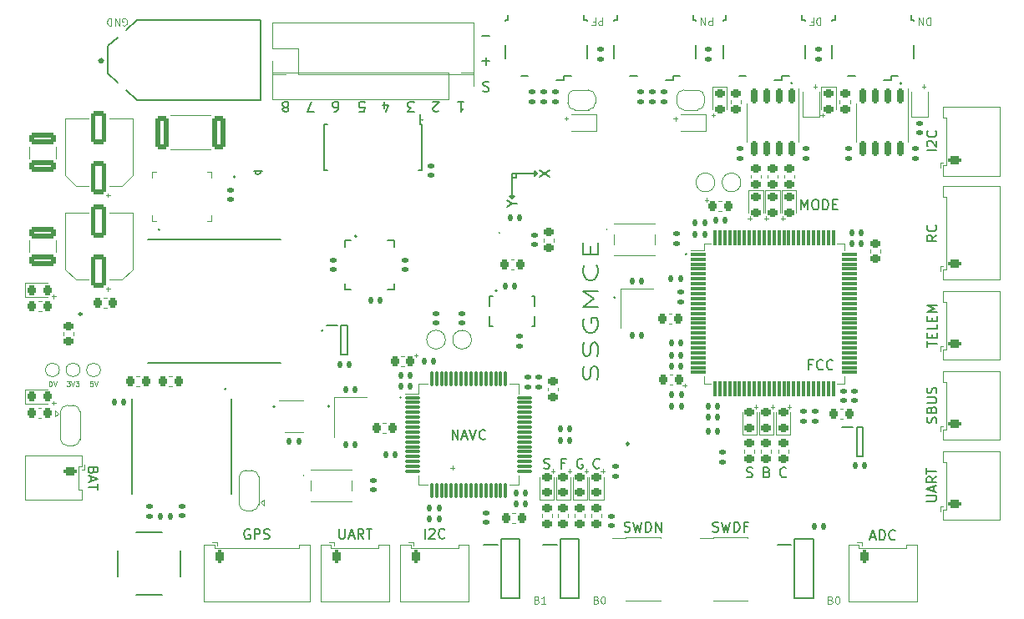
<source format=gto>
G04 #@! TF.GenerationSoftware,KiCad,Pcbnew,8.0.5*
G04 #@! TF.CreationDate,2025-02-16T07:26:16+05:30*
G04 #@! TF.ProjectId,Hades,48616465-732e-46b6-9963-61645f706362,rev?*
G04 #@! TF.SameCoordinates,Original*
G04 #@! TF.FileFunction,Legend,Top*
G04 #@! TF.FilePolarity,Positive*
%FSLAX46Y46*%
G04 Gerber Fmt 4.6, Leading zero omitted, Abs format (unit mm)*
G04 Created by KiCad (PCBNEW 8.0.5) date 2025-02-16 07:26:16*
%MOMM*%
%LPD*%
G01*
G04 APERTURE LIST*
G04 Aperture macros list*
%AMRoundRect*
0 Rectangle with rounded corners*
0 $1 Rounding radius*
0 $2 $3 $4 $5 $6 $7 $8 $9 X,Y pos of 4 corners*
0 Add a 4 corners polygon primitive as box body*
4,1,4,$2,$3,$4,$5,$6,$7,$8,$9,$2,$3,0*
0 Add four circle primitives for the rounded corners*
1,1,$1+$1,$2,$3*
1,1,$1+$1,$4,$5*
1,1,$1+$1,$6,$7*
1,1,$1+$1,$8,$9*
0 Add four rect primitives between the rounded corners*
20,1,$1+$1,$2,$3,$4,$5,0*
20,1,$1+$1,$4,$5,$6,$7,0*
20,1,$1+$1,$6,$7,$8,$9,0*
20,1,$1+$1,$8,$9,$2,$3,0*%
%AMFreePoly0*
4,1,19,0.500000,-0.750000,0.000000,-0.750000,0.000000,-0.744911,-0.071157,-0.744911,-0.207708,-0.704816,-0.327430,-0.627875,-0.420627,-0.520320,-0.479746,-0.390866,-0.500000,-0.250000,-0.500000,0.250000,-0.479746,0.390866,-0.420627,0.520320,-0.327430,0.627875,-0.207708,0.704816,-0.071157,0.744911,0.000000,0.744911,0.000000,0.750000,0.500000,0.750000,0.500000,-0.750000,0.500000,-0.750000,
$1*%
%AMFreePoly1*
4,1,19,0.000000,0.744911,0.071157,0.744911,0.207708,0.704816,0.327430,0.627875,0.420627,0.520320,0.479746,0.390866,0.500000,0.250000,0.500000,-0.250000,0.479746,-0.390866,0.420627,-0.520320,0.327430,-0.627875,0.207708,-0.704816,0.071157,-0.744911,0.000000,-0.744911,0.000000,-0.750000,-0.500000,-0.750000,-0.500000,0.750000,0.000000,0.750000,0.000000,0.744911,0.000000,0.744911,
$1*%
%AMFreePoly2*
4,1,19,0.550000,-0.750000,0.000000,-0.750000,0.000000,-0.744911,-0.071157,-0.744911,-0.207708,-0.704816,-0.327430,-0.627875,-0.420627,-0.520320,-0.479746,-0.390866,-0.500000,-0.250000,-0.500000,0.250000,-0.479746,0.390866,-0.420627,0.520320,-0.327430,0.627875,-0.207708,0.704816,-0.071157,0.744911,0.000000,0.744911,0.000000,0.750000,0.550000,0.750000,0.550000,-0.750000,0.550000,-0.750000,
$1*%
%AMFreePoly3*
4,1,19,0.000000,0.744911,0.071157,0.744911,0.207708,0.704816,0.327430,0.627875,0.420627,0.520320,0.479746,0.390866,0.500000,0.250000,0.500000,-0.250000,0.479746,-0.390866,0.420627,-0.520320,0.327430,-0.627875,0.207708,-0.704816,0.071157,-0.744911,0.000000,-0.744911,0.000000,-0.750000,-0.550000,-0.750000,-0.550000,0.750000,0.000000,0.750000,0.000000,0.744911,0.000000,0.744911,
$1*%
G04 Aperture macros list end*
%ADD10C,0.150000*%
%ADD11C,0.100000*%
%ADD12C,0.200000*%
%ADD13C,0.050000*%
%ADD14C,0.120000*%
%ADD15C,0.127000*%
%ADD16C,0.300000*%
%ADD17C,0.254000*%
%ADD18C,0.152400*%
%ADD19RoundRect,0.147500X0.147500X0.172500X-0.147500X0.172500X-0.147500X-0.172500X0.147500X-0.172500X0*%
%ADD20RoundRect,0.075000X-0.725000X-0.075000X0.725000X-0.075000X0.725000X0.075000X-0.725000X0.075000X0*%
%ADD21RoundRect,0.075000X-0.075000X-0.725000X0.075000X-0.725000X0.075000X0.725000X-0.075000X0.725000X0*%
%ADD22RoundRect,0.147500X0.172500X-0.147500X0.172500X0.147500X-0.172500X0.147500X-0.172500X-0.147500X0*%
%ADD23RoundRect,0.147500X-0.172500X0.147500X-0.172500X-0.147500X0.172500X-0.147500X0.172500X0.147500X0*%
%ADD24C,0.800000*%
%ADD25C,6.400000*%
%ADD26RoundRect,0.200000X-0.200000X-0.450000X0.200000X-0.450000X0.200000X0.450000X-0.200000X0.450000X0*%
%ADD27O,0.800000X1.300000*%
%ADD28C,2.250000*%
%ADD29C,2.400000*%
%ADD30R,5.516000X5.516000*%
%ADD31C,5.516000*%
%ADD32RoundRect,0.250000X0.550000X-1.412500X0.550000X1.412500X-0.550000X1.412500X-0.550000X-1.412500X0*%
%ADD33RoundRect,0.250000X1.075000X-0.375000X1.075000X0.375000X-1.075000X0.375000X-1.075000X-0.375000X0*%
%ADD34RoundRect,0.218750X0.218750X0.256250X-0.218750X0.256250X-0.218750X-0.256250X0.218750X-0.256250X0*%
%ADD35RoundRect,0.218750X-0.256250X0.218750X-0.256250X-0.218750X0.256250X-0.218750X0.256250X0.218750X0*%
%ADD36RoundRect,0.218750X0.256250X-0.218750X0.256250X0.218750X-0.256250X0.218750X-0.256250X-0.218750X0*%
%ADD37RoundRect,0.218750X-0.218750X-0.256250X0.218750X-0.256250X0.218750X0.256250X-0.218750X0.256250X0*%
%ADD38RoundRect,0.147500X-0.147500X-0.172500X0.147500X-0.172500X0.147500X0.172500X-0.147500X0.172500X0*%
%ADD39R,0.600000X0.450000*%
%ADD40R,0.450000X0.600000*%
%ADD41RoundRect,0.200000X-0.450000X0.200000X-0.450000X-0.200000X0.450000X-0.200000X0.450000X0.200000X0*%
%ADD42O,1.300000X0.800000*%
%ADD43R,1.200000X1.400000*%
%ADD44RoundRect,0.200000X0.450000X-0.200000X0.450000X0.200000X-0.450000X0.200000X-0.450000X-0.200000X0*%
%ADD45FreePoly0,0.000000*%
%ADD46FreePoly1,0.000000*%
%ADD47FreePoly2,90.000000*%
%ADD48R,1.500000X1.000000*%
%ADD49FreePoly3,90.000000*%
%ADD50FreePoly2,270.000000*%
%ADD51FreePoly3,270.000000*%
%ADD52R,4.000000X4.900000*%
%ADD53R,1.700000X1.700000*%
%ADD54O,1.700000X1.700000*%
%ADD55RoundRect,0.250000X-0.425000X-1.425000X0.425000X-1.425000X0.425000X1.425000X-0.425000X1.425000X0*%
%ADD56R,0.800000X0.400000*%
%ADD57R,1.750000X2.500000*%
%ADD58R,1.050000X0.650000*%
%ADD59R,1.400000X0.800000*%
%ADD60R,2.400000X0.740000*%
%ADD61C,1.500000*%
%ADD62R,1.320800X0.508000*%
%ADD63R,0.400000X1.100000*%
%ADD64R,1.150000X0.600000*%
%ADD65R,0.350000X0.580000*%
%ADD66R,0.580000X0.350000*%
%ADD67R,1.060000X0.650000*%
%ADD68R,0.700000X0.650000*%
%ADD69R,0.650000X0.700000*%
%ADD70R,0.350000X0.300000*%
%ADD71R,0.300000X0.350000*%
%ADD72RoundRect,0.150000X-0.150000X0.625000X-0.150000X-0.625000X0.150000X-0.625000X0.150000X0.625000X0*%
%ADD73R,0.450000X1.300000*%
%ADD74C,1.800000*%
%ADD75C,2.000000*%
%ADD76R,0.300000X0.400000*%
%ADD77R,0.400000X0.300000*%
%ADD78R,2.830000X2.200000*%
%ADD79R,2.830000X0.900000*%
%ADD80R,1.600000X3.700000*%
%ADD81RoundRect,0.075000X-0.700000X-0.075000X0.700000X-0.075000X0.700000X0.075000X-0.700000X0.075000X0*%
%ADD82RoundRect,0.075000X-0.075000X-0.700000X0.075000X-0.700000X0.075000X0.700000X-0.075000X0.700000X0*%
%ADD83R,0.950000X0.450000*%
%ADD84R,3.450000X4.350000*%
%ADD85R,0.800000X1.500000*%
%ADD86C,1.000000*%
G04 APERTURE END LIST*
D10*
X77724000Y-41783000D02*
X77978000Y-41529000D01*
X75184000Y-43815000D02*
X75438000Y-44069000D01*
X47341242Y-41833800D02*
G75*
G02*
X47197558Y-41833800I-71842J0D01*
G01*
X47197558Y-41833800D02*
G75*
G02*
X47341242Y-41833800I71842J0D01*
G01*
X51354442Y-65176400D02*
G75*
G02*
X51210758Y-65176400I-71842J0D01*
G01*
X51210758Y-65176400D02*
G75*
G02*
X51354442Y-65176400I71842J0D01*
G01*
X93112042Y-49707800D02*
G75*
G02*
X92968358Y-49707800I-71842J0D01*
G01*
X92968358Y-49707800D02*
G75*
G02*
X93112042Y-49707800I71842J0D01*
G01*
X64181442Y-64236600D02*
G75*
G02*
X64037758Y-64236600I-71842J0D01*
G01*
X64037758Y-64236600D02*
G75*
G02*
X64181442Y-64236600I71842J0D01*
G01*
X56231242Y-57454800D02*
G75*
G02*
X56087558Y-57454800I-71842J0D01*
G01*
X56087558Y-57454800D02*
G75*
G02*
X56231242Y-57454800I71842J0D01*
G01*
X56917042Y-65125600D02*
G75*
G02*
X56773358Y-65125600I-71842J0D01*
G01*
X56773358Y-65125600D02*
G75*
G02*
X56917042Y-65125600I71842J0D01*
G01*
X103830842Y-32359600D02*
G75*
G02*
X103687158Y-32359600I-71842J0D01*
G01*
X103687158Y-32359600D02*
G75*
G02*
X103830842Y-32359600I71842J0D01*
G01*
X114879842Y-32359600D02*
G75*
G02*
X114736158Y-32359600I-71842J0D01*
G01*
X114736158Y-32359600D02*
G75*
G02*
X114879842Y-32359600I71842J0D01*
G01*
X85873042Y-54102000D02*
G75*
G02*
X85729358Y-54102000I-71842J0D01*
G01*
X85729358Y-54102000D02*
G75*
G02*
X85873042Y-54102000I71842J0D01*
G01*
X75438000Y-41529000D02*
X77978000Y-41529000D01*
X75438000Y-41910000D02*
X75819000Y-41910000D01*
X75819000Y-41910000D02*
X75819000Y-41529000D01*
X75438000Y-44069000D02*
X75692000Y-43815000D01*
X75692000Y-43815000D02*
X75184000Y-43815000D01*
X39695842Y-47218600D02*
G75*
G02*
X39552158Y-47218600I-71842J0D01*
G01*
X39552158Y-47218600D02*
G75*
G02*
X39695842Y-47218600I71842J0D01*
G01*
X75438000Y-41529000D02*
X75438000Y-44069000D01*
X66340442Y-36068000D02*
G75*
G02*
X66268600Y-36068000I-35921J0D01*
G01*
X66268600Y-36068000D02*
G75*
G02*
X66340442Y-36068000I35921J0D01*
G01*
X77978000Y-41529000D02*
X77724000Y-41275000D01*
X77724000Y-41275000D02*
X77724000Y-41783000D01*
X72390048Y-30109366D02*
X73151953Y-30109366D01*
X72771000Y-30490319D02*
X72771000Y-29728414D01*
X73056713Y-32231800D02*
X72913856Y-32184180D01*
X72913856Y-32184180D02*
X72675761Y-32184180D01*
X72675761Y-32184180D02*
X72580523Y-32231800D01*
X72580523Y-32231800D02*
X72532904Y-32279419D01*
X72532904Y-32279419D02*
X72485285Y-32374657D01*
X72485285Y-32374657D02*
X72485285Y-32469895D01*
X72485285Y-32469895D02*
X72532904Y-32565133D01*
X72532904Y-32565133D02*
X72580523Y-32612752D01*
X72580523Y-32612752D02*
X72675761Y-32660371D01*
X72675761Y-32660371D02*
X72866237Y-32707990D01*
X72866237Y-32707990D02*
X72961475Y-32755609D01*
X72961475Y-32755609D02*
X73009094Y-32803228D01*
X73009094Y-32803228D02*
X73056713Y-32898466D01*
X73056713Y-32898466D02*
X73056713Y-32993704D01*
X73056713Y-32993704D02*
X73009094Y-33088942D01*
X73009094Y-33088942D02*
X72961475Y-33136561D01*
X72961475Y-33136561D02*
X72866237Y-33184180D01*
X72866237Y-33184180D02*
X72628142Y-33184180D01*
X72628142Y-33184180D02*
X72485285Y-33136561D01*
D11*
X84591856Y-25693235D02*
X84591856Y-26443235D01*
X84591856Y-26443235D02*
X84306142Y-26443235D01*
X84306142Y-26443235D02*
X84234713Y-26407521D01*
X84234713Y-26407521D02*
X84198999Y-26371807D01*
X84198999Y-26371807D02*
X84163285Y-26300378D01*
X84163285Y-26300378D02*
X84163285Y-26193235D01*
X84163285Y-26193235D02*
X84198999Y-26121807D01*
X84198999Y-26121807D02*
X84234713Y-26086092D01*
X84234713Y-26086092D02*
X84306142Y-26050378D01*
X84306142Y-26050378D02*
X84591856Y-26050378D01*
X83591856Y-26086092D02*
X83841856Y-26086092D01*
X83841856Y-25693235D02*
X83841856Y-26443235D01*
X83841856Y-26443235D02*
X83484713Y-26443235D01*
X95712285Y-25693235D02*
X95712285Y-26443235D01*
X95712285Y-26443235D02*
X95426571Y-26443235D01*
X95426571Y-26443235D02*
X95355142Y-26407521D01*
X95355142Y-26407521D02*
X95319428Y-26371807D01*
X95319428Y-26371807D02*
X95283714Y-26300378D01*
X95283714Y-26300378D02*
X95283714Y-26193235D01*
X95283714Y-26193235D02*
X95319428Y-26121807D01*
X95319428Y-26121807D02*
X95355142Y-26086092D01*
X95355142Y-26086092D02*
X95426571Y-26050378D01*
X95426571Y-26050378D02*
X95712285Y-26050378D01*
X94962285Y-25693235D02*
X94962285Y-26443235D01*
X94962285Y-26443235D02*
X94533714Y-25693235D01*
X94533714Y-25693235D02*
X94533714Y-26443235D01*
X106689856Y-25693235D02*
X106689856Y-26443235D01*
X106689856Y-26443235D02*
X106511285Y-26443235D01*
X106511285Y-26443235D02*
X106404142Y-26407521D01*
X106404142Y-26407521D02*
X106332713Y-26336092D01*
X106332713Y-26336092D02*
X106296999Y-26264664D01*
X106296999Y-26264664D02*
X106261285Y-26121807D01*
X106261285Y-26121807D02*
X106261285Y-26014664D01*
X106261285Y-26014664D02*
X106296999Y-25871807D01*
X106296999Y-25871807D02*
X106332713Y-25800378D01*
X106332713Y-25800378D02*
X106404142Y-25728950D01*
X106404142Y-25728950D02*
X106511285Y-25693235D01*
X106511285Y-25693235D02*
X106689856Y-25693235D01*
X105689856Y-26086092D02*
X105939856Y-26086092D01*
X105939856Y-25693235D02*
X105939856Y-26443235D01*
X105939856Y-26443235D02*
X105582713Y-26443235D01*
X117810285Y-25693235D02*
X117810285Y-26443235D01*
X117810285Y-26443235D02*
X117631714Y-26443235D01*
X117631714Y-26443235D02*
X117524571Y-26407521D01*
X117524571Y-26407521D02*
X117453142Y-26336092D01*
X117453142Y-26336092D02*
X117417428Y-26264664D01*
X117417428Y-26264664D02*
X117381714Y-26121807D01*
X117381714Y-26121807D02*
X117381714Y-26014664D01*
X117381714Y-26014664D02*
X117417428Y-25871807D01*
X117417428Y-25871807D02*
X117453142Y-25800378D01*
X117453142Y-25800378D02*
X117524571Y-25728950D01*
X117524571Y-25728950D02*
X117631714Y-25693235D01*
X117631714Y-25693235D02*
X117810285Y-25693235D01*
X117060285Y-25693235D02*
X117060285Y-26443235D01*
X117060285Y-26443235D02*
X116631714Y-25693235D01*
X116631714Y-25693235D02*
X116631714Y-26443235D01*
X77928428Y-84784907D02*
X78035571Y-84820621D01*
X78035571Y-84820621D02*
X78071285Y-84856335D01*
X78071285Y-84856335D02*
X78106999Y-84927764D01*
X78106999Y-84927764D02*
X78106999Y-85034907D01*
X78106999Y-85034907D02*
X78071285Y-85106335D01*
X78071285Y-85106335D02*
X78035571Y-85142050D01*
X78035571Y-85142050D02*
X77964142Y-85177764D01*
X77964142Y-85177764D02*
X77678428Y-85177764D01*
X77678428Y-85177764D02*
X77678428Y-84427764D01*
X77678428Y-84427764D02*
X77928428Y-84427764D01*
X77928428Y-84427764D02*
X77999857Y-84463478D01*
X77999857Y-84463478D02*
X78035571Y-84499192D01*
X78035571Y-84499192D02*
X78071285Y-84570621D01*
X78071285Y-84570621D02*
X78071285Y-84642050D01*
X78071285Y-84642050D02*
X78035571Y-84713478D01*
X78035571Y-84713478D02*
X77999857Y-84749192D01*
X77999857Y-84749192D02*
X77928428Y-84784907D01*
X77928428Y-84784907D02*
X77678428Y-84784907D01*
X78821285Y-85177764D02*
X78392714Y-85177764D01*
X78606999Y-85177764D02*
X78606999Y-84427764D01*
X78606999Y-84427764D02*
X78535571Y-84534907D01*
X78535571Y-84534907D02*
X78464142Y-84606335D01*
X78464142Y-84606335D02*
X78392714Y-84642050D01*
X83960928Y-84784907D02*
X84068071Y-84820621D01*
X84068071Y-84820621D02*
X84103785Y-84856335D01*
X84103785Y-84856335D02*
X84139499Y-84927764D01*
X84139499Y-84927764D02*
X84139499Y-85034907D01*
X84139499Y-85034907D02*
X84103785Y-85106335D01*
X84103785Y-85106335D02*
X84068071Y-85142050D01*
X84068071Y-85142050D02*
X83996642Y-85177764D01*
X83996642Y-85177764D02*
X83710928Y-85177764D01*
X83710928Y-85177764D02*
X83710928Y-84427764D01*
X83710928Y-84427764D02*
X83960928Y-84427764D01*
X83960928Y-84427764D02*
X84032357Y-84463478D01*
X84032357Y-84463478D02*
X84068071Y-84499192D01*
X84068071Y-84499192D02*
X84103785Y-84570621D01*
X84103785Y-84570621D02*
X84103785Y-84642050D01*
X84103785Y-84642050D02*
X84068071Y-84713478D01*
X84068071Y-84713478D02*
X84032357Y-84749192D01*
X84032357Y-84749192D02*
X83960928Y-84784907D01*
X83960928Y-84784907D02*
X83710928Y-84784907D01*
X84603785Y-84427764D02*
X84675214Y-84427764D01*
X84675214Y-84427764D02*
X84746642Y-84463478D01*
X84746642Y-84463478D02*
X84782357Y-84499192D01*
X84782357Y-84499192D02*
X84818071Y-84570621D01*
X84818071Y-84570621D02*
X84853785Y-84713478D01*
X84853785Y-84713478D02*
X84853785Y-84892050D01*
X84853785Y-84892050D02*
X84818071Y-85034907D01*
X84818071Y-85034907D02*
X84782357Y-85106335D01*
X84782357Y-85106335D02*
X84746642Y-85142050D01*
X84746642Y-85142050D02*
X84675214Y-85177764D01*
X84675214Y-85177764D02*
X84603785Y-85177764D01*
X84603785Y-85177764D02*
X84532357Y-85142050D01*
X84532357Y-85142050D02*
X84496642Y-85106335D01*
X84496642Y-85106335D02*
X84460928Y-85034907D01*
X84460928Y-85034907D02*
X84425214Y-84892050D01*
X84425214Y-84892050D02*
X84425214Y-84713478D01*
X84425214Y-84713478D02*
X84460928Y-84570621D01*
X84460928Y-84570621D02*
X84496642Y-84499192D01*
X84496642Y-84499192D02*
X84532357Y-84463478D01*
X84532357Y-84463478D02*
X84603785Y-84427764D01*
X107709928Y-84784907D02*
X107817071Y-84820621D01*
X107817071Y-84820621D02*
X107852785Y-84856335D01*
X107852785Y-84856335D02*
X107888499Y-84927764D01*
X107888499Y-84927764D02*
X107888499Y-85034907D01*
X107888499Y-85034907D02*
X107852785Y-85106335D01*
X107852785Y-85106335D02*
X107817071Y-85142050D01*
X107817071Y-85142050D02*
X107745642Y-85177764D01*
X107745642Y-85177764D02*
X107459928Y-85177764D01*
X107459928Y-85177764D02*
X107459928Y-84427764D01*
X107459928Y-84427764D02*
X107709928Y-84427764D01*
X107709928Y-84427764D02*
X107781357Y-84463478D01*
X107781357Y-84463478D02*
X107817071Y-84499192D01*
X107817071Y-84499192D02*
X107852785Y-84570621D01*
X107852785Y-84570621D02*
X107852785Y-84642050D01*
X107852785Y-84642050D02*
X107817071Y-84713478D01*
X107817071Y-84713478D02*
X107781357Y-84749192D01*
X107781357Y-84749192D02*
X107709928Y-84784907D01*
X107709928Y-84784907D02*
X107459928Y-84784907D01*
X108352785Y-84427764D02*
X108424214Y-84427764D01*
X108424214Y-84427764D02*
X108495642Y-84463478D01*
X108495642Y-84463478D02*
X108531357Y-84499192D01*
X108531357Y-84499192D02*
X108567071Y-84570621D01*
X108567071Y-84570621D02*
X108602785Y-84713478D01*
X108602785Y-84713478D02*
X108602785Y-84892050D01*
X108602785Y-84892050D02*
X108567071Y-85034907D01*
X108567071Y-85034907D02*
X108531357Y-85106335D01*
X108531357Y-85106335D02*
X108495642Y-85142050D01*
X108495642Y-85142050D02*
X108424214Y-85177764D01*
X108424214Y-85177764D02*
X108352785Y-85177764D01*
X108352785Y-85177764D02*
X108281357Y-85142050D01*
X108281357Y-85142050D02*
X108245642Y-85106335D01*
X108245642Y-85106335D02*
X108209928Y-85034907D01*
X108209928Y-85034907D02*
X108174214Y-84892050D01*
X108174214Y-84892050D02*
X108174214Y-84713478D01*
X108174214Y-84713478D02*
X108209928Y-84570621D01*
X108209928Y-84570621D02*
X108245642Y-84499192D01*
X108245642Y-84499192D02*
X108281357Y-84463478D01*
X108281357Y-84463478D02*
X108352785Y-84427764D01*
D10*
X78657486Y-71400200D02*
X78800343Y-71447819D01*
X78800343Y-71447819D02*
X79038438Y-71447819D01*
X79038438Y-71447819D02*
X79133676Y-71400200D01*
X79133676Y-71400200D02*
X79181295Y-71352580D01*
X79181295Y-71352580D02*
X79228914Y-71257342D01*
X79228914Y-71257342D02*
X79228914Y-71162104D01*
X79228914Y-71162104D02*
X79181295Y-71066866D01*
X79181295Y-71066866D02*
X79133676Y-71019247D01*
X79133676Y-71019247D02*
X79038438Y-70971628D01*
X79038438Y-70971628D02*
X78847962Y-70924009D01*
X78847962Y-70924009D02*
X78752724Y-70876390D01*
X78752724Y-70876390D02*
X78705105Y-70828771D01*
X78705105Y-70828771D02*
X78657486Y-70733533D01*
X78657486Y-70733533D02*
X78657486Y-70638295D01*
X78657486Y-70638295D02*
X78705105Y-70543057D01*
X78705105Y-70543057D02*
X78752724Y-70495438D01*
X78752724Y-70495438D02*
X78847962Y-70447819D01*
X78847962Y-70447819D02*
X79086057Y-70447819D01*
X79086057Y-70447819D02*
X79228914Y-70495438D01*
X80762457Y-70924009D02*
X80429124Y-70924009D01*
X80429124Y-71447819D02*
X80429124Y-70447819D01*
X80429124Y-70447819D02*
X80905314Y-70447819D01*
X82557904Y-70495438D02*
X82462666Y-70447819D01*
X82462666Y-70447819D02*
X82319809Y-70447819D01*
X82319809Y-70447819D02*
X82176952Y-70495438D01*
X82176952Y-70495438D02*
X82081714Y-70590676D01*
X82081714Y-70590676D02*
X82034095Y-70685914D01*
X82034095Y-70685914D02*
X81986476Y-70876390D01*
X81986476Y-70876390D02*
X81986476Y-71019247D01*
X81986476Y-71019247D02*
X82034095Y-71209723D01*
X82034095Y-71209723D02*
X82081714Y-71304961D01*
X82081714Y-71304961D02*
X82176952Y-71400200D01*
X82176952Y-71400200D02*
X82319809Y-71447819D01*
X82319809Y-71447819D02*
X82415047Y-71447819D01*
X82415047Y-71447819D02*
X82557904Y-71400200D01*
X82557904Y-71400200D02*
X82605523Y-71352580D01*
X82605523Y-71352580D02*
X82605523Y-71019247D01*
X82605523Y-71019247D02*
X82415047Y-71019247D01*
X84281923Y-71352580D02*
X84234304Y-71400200D01*
X84234304Y-71400200D02*
X84091447Y-71447819D01*
X84091447Y-71447819D02*
X83996209Y-71447819D01*
X83996209Y-71447819D02*
X83853352Y-71400200D01*
X83853352Y-71400200D02*
X83758114Y-71304961D01*
X83758114Y-71304961D02*
X83710495Y-71209723D01*
X83710495Y-71209723D02*
X83662876Y-71019247D01*
X83662876Y-71019247D02*
X83662876Y-70876390D01*
X83662876Y-70876390D02*
X83710495Y-70685914D01*
X83710495Y-70685914D02*
X83758114Y-70590676D01*
X83758114Y-70590676D02*
X83853352Y-70495438D01*
X83853352Y-70495438D02*
X83996209Y-70447819D01*
X83996209Y-70447819D02*
X84091447Y-70447819D01*
X84091447Y-70447819D02*
X84234304Y-70495438D01*
X84234304Y-70495438D02*
X84281923Y-70543057D01*
X104743476Y-45158819D02*
X104743476Y-44158819D01*
X104743476Y-44158819D02*
X105076809Y-44873104D01*
X105076809Y-44873104D02*
X105410142Y-44158819D01*
X105410142Y-44158819D02*
X105410142Y-45158819D01*
X106076809Y-44158819D02*
X106267285Y-44158819D01*
X106267285Y-44158819D02*
X106362523Y-44206438D01*
X106362523Y-44206438D02*
X106457761Y-44301676D01*
X106457761Y-44301676D02*
X106505380Y-44492152D01*
X106505380Y-44492152D02*
X106505380Y-44825485D01*
X106505380Y-44825485D02*
X106457761Y-45015961D01*
X106457761Y-45015961D02*
X106362523Y-45111200D01*
X106362523Y-45111200D02*
X106267285Y-45158819D01*
X106267285Y-45158819D02*
X106076809Y-45158819D01*
X106076809Y-45158819D02*
X105981571Y-45111200D01*
X105981571Y-45111200D02*
X105886333Y-45015961D01*
X105886333Y-45015961D02*
X105838714Y-44825485D01*
X105838714Y-44825485D02*
X105838714Y-44492152D01*
X105838714Y-44492152D02*
X105886333Y-44301676D01*
X105886333Y-44301676D02*
X105981571Y-44206438D01*
X105981571Y-44206438D02*
X106076809Y-44158819D01*
X106933952Y-45158819D02*
X106933952Y-44158819D01*
X106933952Y-44158819D02*
X107172047Y-44158819D01*
X107172047Y-44158819D02*
X107314904Y-44206438D01*
X107314904Y-44206438D02*
X107410142Y-44301676D01*
X107410142Y-44301676D02*
X107457761Y-44396914D01*
X107457761Y-44396914D02*
X107505380Y-44587390D01*
X107505380Y-44587390D02*
X107505380Y-44730247D01*
X107505380Y-44730247D02*
X107457761Y-44920723D01*
X107457761Y-44920723D02*
X107410142Y-45015961D01*
X107410142Y-45015961D02*
X107314904Y-45111200D01*
X107314904Y-45111200D02*
X107172047Y-45158819D01*
X107172047Y-45158819D02*
X106933952Y-45158819D01*
X107933952Y-44635009D02*
X108267285Y-44635009D01*
X108410142Y-45158819D02*
X107933952Y-45158819D01*
X107933952Y-45158819D02*
X107933952Y-44158819D01*
X107933952Y-44158819D02*
X108410142Y-44158819D01*
D11*
X35953628Y-26458321D02*
X36025057Y-26494035D01*
X36025057Y-26494035D02*
X36132199Y-26494035D01*
X36132199Y-26494035D02*
X36239342Y-26458321D01*
X36239342Y-26458321D02*
X36310771Y-26386892D01*
X36310771Y-26386892D02*
X36346485Y-26315464D01*
X36346485Y-26315464D02*
X36382199Y-26172607D01*
X36382199Y-26172607D02*
X36382199Y-26065464D01*
X36382199Y-26065464D02*
X36346485Y-25922607D01*
X36346485Y-25922607D02*
X36310771Y-25851178D01*
X36310771Y-25851178D02*
X36239342Y-25779750D01*
X36239342Y-25779750D02*
X36132199Y-25744035D01*
X36132199Y-25744035D02*
X36060771Y-25744035D01*
X36060771Y-25744035D02*
X35953628Y-25779750D01*
X35953628Y-25779750D02*
X35917914Y-25815464D01*
X35917914Y-25815464D02*
X35917914Y-26065464D01*
X35917914Y-26065464D02*
X36060771Y-26065464D01*
X35596485Y-25744035D02*
X35596485Y-26494035D01*
X35596485Y-26494035D02*
X35167914Y-25744035D01*
X35167914Y-25744035D02*
X35167914Y-26494035D01*
X34810771Y-25744035D02*
X34810771Y-26494035D01*
X34810771Y-26494035D02*
X34632200Y-26494035D01*
X34632200Y-26494035D02*
X34525057Y-26458321D01*
X34525057Y-26458321D02*
X34453628Y-26386892D01*
X34453628Y-26386892D02*
X34417914Y-26315464D01*
X34417914Y-26315464D02*
X34382200Y-26172607D01*
X34382200Y-26172607D02*
X34382200Y-26065464D01*
X34382200Y-26065464D02*
X34417914Y-25922607D01*
X34417914Y-25922607D02*
X34453628Y-25851178D01*
X34453628Y-25851178D02*
X34525057Y-25779750D01*
X34525057Y-25779750D02*
X34632200Y-25744035D01*
X34632200Y-25744035D02*
X34810771Y-25744035D01*
D10*
X101265028Y-71813009D02*
X101407885Y-71860628D01*
X101407885Y-71860628D02*
X101455504Y-71908247D01*
X101455504Y-71908247D02*
X101503123Y-72003485D01*
X101503123Y-72003485D02*
X101503123Y-72146342D01*
X101503123Y-72146342D02*
X101455504Y-72241580D01*
X101455504Y-72241580D02*
X101407885Y-72289200D01*
X101407885Y-72289200D02*
X101312647Y-72336819D01*
X101312647Y-72336819D02*
X100931695Y-72336819D01*
X100931695Y-72336819D02*
X100931695Y-71336819D01*
X100931695Y-71336819D02*
X101265028Y-71336819D01*
X101265028Y-71336819D02*
X101360266Y-71384438D01*
X101360266Y-71384438D02*
X101407885Y-71432057D01*
X101407885Y-71432057D02*
X101455504Y-71527295D01*
X101455504Y-71527295D02*
X101455504Y-71622533D01*
X101455504Y-71622533D02*
X101407885Y-71717771D01*
X101407885Y-71717771D02*
X101360266Y-71765390D01*
X101360266Y-71765390D02*
X101265028Y-71813009D01*
X101265028Y-71813009D02*
X100931695Y-71813009D01*
X103204923Y-72241580D02*
X103157304Y-72289200D01*
X103157304Y-72289200D02*
X103014447Y-72336819D01*
X103014447Y-72336819D02*
X102919209Y-72336819D01*
X102919209Y-72336819D02*
X102776352Y-72289200D01*
X102776352Y-72289200D02*
X102681114Y-72193961D01*
X102681114Y-72193961D02*
X102633495Y-72098723D01*
X102633495Y-72098723D02*
X102585876Y-71908247D01*
X102585876Y-71908247D02*
X102585876Y-71765390D01*
X102585876Y-71765390D02*
X102633495Y-71574914D01*
X102633495Y-71574914D02*
X102681114Y-71479676D01*
X102681114Y-71479676D02*
X102776352Y-71384438D01*
X102776352Y-71384438D02*
X102919209Y-71336819D01*
X102919209Y-71336819D02*
X103014447Y-71336819D01*
X103014447Y-71336819D02*
X103157304Y-71384438D01*
X103157304Y-71384438D02*
X103204923Y-71432057D01*
X69945285Y-34216180D02*
X70516713Y-34216180D01*
X70230999Y-34216180D02*
X70230999Y-35216180D01*
X70230999Y-35216180D02*
X70326237Y-35073323D01*
X70326237Y-35073323D02*
X70421475Y-34978085D01*
X70421475Y-34978085D02*
X70516713Y-34930466D01*
X67976713Y-35120942D02*
X67929094Y-35168561D01*
X67929094Y-35168561D02*
X67833856Y-35216180D01*
X67833856Y-35216180D02*
X67595761Y-35216180D01*
X67595761Y-35216180D02*
X67500523Y-35168561D01*
X67500523Y-35168561D02*
X67452904Y-35120942D01*
X67452904Y-35120942D02*
X67405285Y-35025704D01*
X67405285Y-35025704D02*
X67405285Y-34930466D01*
X67405285Y-34930466D02*
X67452904Y-34787609D01*
X67452904Y-34787609D02*
X68024332Y-34216180D01*
X68024332Y-34216180D02*
X67405285Y-34216180D01*
X65484332Y-35216180D02*
X64865285Y-35216180D01*
X64865285Y-35216180D02*
X65198618Y-34835228D01*
X65198618Y-34835228D02*
X65055761Y-34835228D01*
X65055761Y-34835228D02*
X64960523Y-34787609D01*
X64960523Y-34787609D02*
X64912904Y-34739990D01*
X64912904Y-34739990D02*
X64865285Y-34644752D01*
X64865285Y-34644752D02*
X64865285Y-34406657D01*
X64865285Y-34406657D02*
X64912904Y-34311419D01*
X64912904Y-34311419D02*
X64960523Y-34263800D01*
X64960523Y-34263800D02*
X65055761Y-34216180D01*
X65055761Y-34216180D02*
X65341475Y-34216180D01*
X65341475Y-34216180D02*
X65436713Y-34263800D01*
X65436713Y-34263800D02*
X65484332Y-34311419D01*
X62420523Y-34882847D02*
X62420523Y-34216180D01*
X62658618Y-35263800D02*
X62896713Y-34549514D01*
X62896713Y-34549514D02*
X62277666Y-34549514D01*
X59959904Y-35216180D02*
X60436094Y-35216180D01*
X60436094Y-35216180D02*
X60483713Y-34739990D01*
X60483713Y-34739990D02*
X60436094Y-34787609D01*
X60436094Y-34787609D02*
X60340856Y-34835228D01*
X60340856Y-34835228D02*
X60102761Y-34835228D01*
X60102761Y-34835228D02*
X60007523Y-34787609D01*
X60007523Y-34787609D02*
X59959904Y-34739990D01*
X59959904Y-34739990D02*
X59912285Y-34644752D01*
X59912285Y-34644752D02*
X59912285Y-34406657D01*
X59912285Y-34406657D02*
X59959904Y-34311419D01*
X59959904Y-34311419D02*
X60007523Y-34263800D01*
X60007523Y-34263800D02*
X60102761Y-34216180D01*
X60102761Y-34216180D02*
X60340856Y-34216180D01*
X60340856Y-34216180D02*
X60436094Y-34263800D01*
X60436094Y-34263800D02*
X60483713Y-34311419D01*
X57340523Y-35216180D02*
X57530999Y-35216180D01*
X57530999Y-35216180D02*
X57626237Y-35168561D01*
X57626237Y-35168561D02*
X57673856Y-35120942D01*
X57673856Y-35120942D02*
X57769094Y-34978085D01*
X57769094Y-34978085D02*
X57816713Y-34787609D01*
X57816713Y-34787609D02*
X57816713Y-34406657D01*
X57816713Y-34406657D02*
X57769094Y-34311419D01*
X57769094Y-34311419D02*
X57721475Y-34263800D01*
X57721475Y-34263800D02*
X57626237Y-34216180D01*
X57626237Y-34216180D02*
X57435761Y-34216180D01*
X57435761Y-34216180D02*
X57340523Y-34263800D01*
X57340523Y-34263800D02*
X57292904Y-34311419D01*
X57292904Y-34311419D02*
X57245285Y-34406657D01*
X57245285Y-34406657D02*
X57245285Y-34644752D01*
X57245285Y-34644752D02*
X57292904Y-34739990D01*
X57292904Y-34739990D02*
X57340523Y-34787609D01*
X57340523Y-34787609D02*
X57435761Y-34835228D01*
X57435761Y-34835228D02*
X57626237Y-34835228D01*
X57626237Y-34835228D02*
X57721475Y-34787609D01*
X57721475Y-34787609D02*
X57769094Y-34739990D01*
X57769094Y-34739990D02*
X57816713Y-34644752D01*
X55324332Y-35216180D02*
X54657666Y-35216180D01*
X54657666Y-35216180D02*
X55086237Y-34216180D01*
X52546237Y-34787609D02*
X52641475Y-34835228D01*
X52641475Y-34835228D02*
X52689094Y-34882847D01*
X52689094Y-34882847D02*
X52736713Y-34978085D01*
X52736713Y-34978085D02*
X52736713Y-35025704D01*
X52736713Y-35025704D02*
X52689094Y-35120942D01*
X52689094Y-35120942D02*
X52641475Y-35168561D01*
X52641475Y-35168561D02*
X52546237Y-35216180D01*
X52546237Y-35216180D02*
X52355761Y-35216180D01*
X52355761Y-35216180D02*
X52260523Y-35168561D01*
X52260523Y-35168561D02*
X52212904Y-35120942D01*
X52212904Y-35120942D02*
X52165285Y-35025704D01*
X52165285Y-35025704D02*
X52165285Y-34978085D01*
X52165285Y-34978085D02*
X52212904Y-34882847D01*
X52212904Y-34882847D02*
X52260523Y-34835228D01*
X52260523Y-34835228D02*
X52355761Y-34787609D01*
X52355761Y-34787609D02*
X52546237Y-34787609D01*
X52546237Y-34787609D02*
X52641475Y-34739990D01*
X52641475Y-34739990D02*
X52689094Y-34692371D01*
X52689094Y-34692371D02*
X52736713Y-34597133D01*
X52736713Y-34597133D02*
X52736713Y-34406657D01*
X52736713Y-34406657D02*
X52689094Y-34311419D01*
X52689094Y-34311419D02*
X52641475Y-34263800D01*
X52641475Y-34263800D02*
X52546237Y-34216180D01*
X52546237Y-34216180D02*
X52355761Y-34216180D01*
X52355761Y-34216180D02*
X52260523Y-34263800D01*
X52260523Y-34263800D02*
X52212904Y-34311419D01*
X52212904Y-34311419D02*
X52165285Y-34406657D01*
X52165285Y-34406657D02*
X52165285Y-34597133D01*
X52165285Y-34597133D02*
X52212904Y-34692371D01*
X52212904Y-34692371D02*
X52260523Y-34739990D01*
X52260523Y-34739990D02*
X52355761Y-34787609D01*
X75416628Y-44576999D02*
X75892819Y-44576999D01*
X74892819Y-44910332D02*
X75416628Y-44576999D01*
X75416628Y-44576999D02*
X74892819Y-44243666D01*
D12*
X84051100Y-62463285D02*
X84122528Y-62106142D01*
X84122528Y-62106142D02*
X84122528Y-61510904D01*
X84122528Y-61510904D02*
X84051100Y-61272809D01*
X84051100Y-61272809D02*
X83979671Y-61153761D01*
X83979671Y-61153761D02*
X83836814Y-61034714D01*
X83836814Y-61034714D02*
X83693957Y-61034714D01*
X83693957Y-61034714D02*
X83551100Y-61153761D01*
X83551100Y-61153761D02*
X83479671Y-61272809D01*
X83479671Y-61272809D02*
X83408242Y-61510904D01*
X83408242Y-61510904D02*
X83336814Y-61987095D01*
X83336814Y-61987095D02*
X83265385Y-62225190D01*
X83265385Y-62225190D02*
X83193957Y-62344237D01*
X83193957Y-62344237D02*
X83051100Y-62463285D01*
X83051100Y-62463285D02*
X82908242Y-62463285D01*
X82908242Y-62463285D02*
X82765385Y-62344237D01*
X82765385Y-62344237D02*
X82693957Y-62225190D01*
X82693957Y-62225190D02*
X82622528Y-61987095D01*
X82622528Y-61987095D02*
X82622528Y-61391856D01*
X82622528Y-61391856D02*
X82693957Y-61034714D01*
X84051100Y-60082333D02*
X84122528Y-59725190D01*
X84122528Y-59725190D02*
X84122528Y-59129952D01*
X84122528Y-59129952D02*
X84051100Y-58891857D01*
X84051100Y-58891857D02*
X83979671Y-58772809D01*
X83979671Y-58772809D02*
X83836814Y-58653762D01*
X83836814Y-58653762D02*
X83693957Y-58653762D01*
X83693957Y-58653762D02*
X83551100Y-58772809D01*
X83551100Y-58772809D02*
X83479671Y-58891857D01*
X83479671Y-58891857D02*
X83408242Y-59129952D01*
X83408242Y-59129952D02*
X83336814Y-59606143D01*
X83336814Y-59606143D02*
X83265385Y-59844238D01*
X83265385Y-59844238D02*
X83193957Y-59963285D01*
X83193957Y-59963285D02*
X83051100Y-60082333D01*
X83051100Y-60082333D02*
X82908242Y-60082333D01*
X82908242Y-60082333D02*
X82765385Y-59963285D01*
X82765385Y-59963285D02*
X82693957Y-59844238D01*
X82693957Y-59844238D02*
X82622528Y-59606143D01*
X82622528Y-59606143D02*
X82622528Y-59010904D01*
X82622528Y-59010904D02*
X82693957Y-58653762D01*
X82693957Y-56272810D02*
X82622528Y-56510905D01*
X82622528Y-56510905D02*
X82622528Y-56868048D01*
X82622528Y-56868048D02*
X82693957Y-57225191D01*
X82693957Y-57225191D02*
X82836814Y-57463286D01*
X82836814Y-57463286D02*
X82979671Y-57582333D01*
X82979671Y-57582333D02*
X83265385Y-57701381D01*
X83265385Y-57701381D02*
X83479671Y-57701381D01*
X83479671Y-57701381D02*
X83765385Y-57582333D01*
X83765385Y-57582333D02*
X83908242Y-57463286D01*
X83908242Y-57463286D02*
X84051100Y-57225191D01*
X84051100Y-57225191D02*
X84122528Y-56868048D01*
X84122528Y-56868048D02*
X84122528Y-56629952D01*
X84122528Y-56629952D02*
X84051100Y-56272810D01*
X84051100Y-56272810D02*
X83979671Y-56153762D01*
X83979671Y-56153762D02*
X83479671Y-56153762D01*
X83479671Y-56153762D02*
X83479671Y-56629952D01*
X84122528Y-55082333D02*
X82622528Y-55082333D01*
X82622528Y-55082333D02*
X83693957Y-54249000D01*
X83693957Y-54249000D02*
X82622528Y-53415667D01*
X82622528Y-53415667D02*
X84122528Y-53415667D01*
X83979671Y-50796619D02*
X84051100Y-50915667D01*
X84051100Y-50915667D02*
X84122528Y-51272809D01*
X84122528Y-51272809D02*
X84122528Y-51510905D01*
X84122528Y-51510905D02*
X84051100Y-51868048D01*
X84051100Y-51868048D02*
X83908242Y-52106143D01*
X83908242Y-52106143D02*
X83765385Y-52225190D01*
X83765385Y-52225190D02*
X83479671Y-52344238D01*
X83479671Y-52344238D02*
X83265385Y-52344238D01*
X83265385Y-52344238D02*
X82979671Y-52225190D01*
X82979671Y-52225190D02*
X82836814Y-52106143D01*
X82836814Y-52106143D02*
X82693957Y-51868048D01*
X82693957Y-51868048D02*
X82622528Y-51510905D01*
X82622528Y-51510905D02*
X82622528Y-51272809D01*
X82622528Y-51272809D02*
X82693957Y-50915667D01*
X82693957Y-50915667D02*
X82765385Y-50796619D01*
X83336814Y-49725190D02*
X83336814Y-48891857D01*
X84122528Y-48534714D02*
X84122528Y-49725190D01*
X84122528Y-49725190D02*
X82622528Y-49725190D01*
X82622528Y-49725190D02*
X82622528Y-48534714D01*
D13*
X28765523Y-64808233D02*
X29146476Y-64808233D01*
X28955999Y-64998709D02*
X28955999Y-64617757D01*
X116979723Y-32677233D02*
X117360676Y-32677233D01*
X117170199Y-32867709D02*
X117170199Y-32486757D01*
X105956123Y-32677233D02*
X106337076Y-32677233D01*
X106146599Y-32867709D02*
X106146599Y-32486757D01*
X91782923Y-35953833D02*
X92163876Y-35953833D01*
X91973399Y-36144309D02*
X91973399Y-35763357D01*
X80733923Y-35928433D02*
X81114876Y-35928433D01*
X80924399Y-36118909D02*
X80924399Y-35737957D01*
X79387723Y-71717033D02*
X79768676Y-71717033D01*
X79578199Y-71907509D02*
X79578199Y-71526557D01*
X81064123Y-71717033D02*
X81445076Y-71717033D01*
X81254599Y-71907509D02*
X81254599Y-71526557D01*
X82740523Y-71717033D02*
X83121476Y-71717033D01*
X82930999Y-71907509D02*
X82930999Y-71526557D01*
X84416923Y-71717033D02*
X84797876Y-71717033D01*
X84607399Y-71907509D02*
X84607399Y-71526557D01*
X99936323Y-65189233D02*
X100317276Y-65189233D01*
X100126799Y-65379709D02*
X100126799Y-64998757D01*
X101638123Y-65189233D02*
X102019076Y-65189233D01*
X101828599Y-65379709D02*
X101828599Y-64998757D01*
X103339923Y-65189233D02*
X103720876Y-65189233D01*
X103530399Y-65379709D02*
X103530399Y-64998757D01*
X99326723Y-46063033D02*
X99707676Y-46063033D01*
X99517199Y-46253509D02*
X99517199Y-45872557D01*
X101003123Y-46063033D02*
X101384076Y-46063033D01*
X101193599Y-46253509D02*
X101193599Y-45872557D01*
X102679523Y-46063033D02*
X103060476Y-46063033D01*
X102869999Y-46253509D02*
X102869999Y-45872557D01*
X106692723Y-35572833D02*
X107073676Y-35572833D01*
X106883199Y-35763309D02*
X106883199Y-35382357D01*
X95643723Y-35572833D02*
X96024676Y-35572833D01*
X95834199Y-35763309D02*
X95834199Y-35382357D01*
X34277323Y-43700833D02*
X34658276Y-43700833D01*
X34467799Y-43891309D02*
X34467799Y-43510357D01*
X34277323Y-53225833D02*
X34658276Y-53225833D01*
X34467799Y-53416309D02*
X34467799Y-53035357D01*
X94957923Y-44183433D02*
X95338876Y-44183433D01*
X95148399Y-44373909D02*
X95148399Y-43992957D01*
X92722723Y-63030233D02*
X93103676Y-63030233D01*
X92913199Y-63220709D02*
X92913199Y-62839757D01*
X65493923Y-59956833D02*
X65874876Y-59956833D01*
X65684399Y-60147309D02*
X65684399Y-59766357D01*
X69176923Y-71361433D02*
X69557876Y-71361433D01*
X69367399Y-71551909D02*
X69367399Y-71170957D01*
X28765523Y-53987833D02*
X29146476Y-53987833D01*
X28955999Y-54178309D02*
X28955999Y-53797357D01*
D10*
X72390048Y-27569366D02*
X73151953Y-27569366D01*
X78194819Y-41862332D02*
X79194819Y-41195666D01*
X78194819Y-41195666D02*
X79194819Y-41862332D01*
X99206086Y-72289200D02*
X99348943Y-72336819D01*
X99348943Y-72336819D02*
X99587038Y-72336819D01*
X99587038Y-72336819D02*
X99682276Y-72289200D01*
X99682276Y-72289200D02*
X99729895Y-72241580D01*
X99729895Y-72241580D02*
X99777514Y-72146342D01*
X99777514Y-72146342D02*
X99777514Y-72051104D01*
X99777514Y-72051104D02*
X99729895Y-71955866D01*
X99729895Y-71955866D02*
X99682276Y-71908247D01*
X99682276Y-71908247D02*
X99587038Y-71860628D01*
X99587038Y-71860628D02*
X99396562Y-71813009D01*
X99396562Y-71813009D02*
X99301324Y-71765390D01*
X99301324Y-71765390D02*
X99253705Y-71717771D01*
X99253705Y-71717771D02*
X99206086Y-71622533D01*
X99206086Y-71622533D02*
X99206086Y-71527295D01*
X99206086Y-71527295D02*
X99253705Y-71432057D01*
X99253705Y-71432057D02*
X99301324Y-71384438D01*
X99301324Y-71384438D02*
X99396562Y-71336819D01*
X99396562Y-71336819D02*
X99634657Y-71336819D01*
X99634657Y-71336819D02*
X99777514Y-71384438D01*
X105822857Y-60891009D02*
X105489524Y-60891009D01*
X105489524Y-61414819D02*
X105489524Y-60414819D01*
X105489524Y-60414819D02*
X105965714Y-60414819D01*
X106918095Y-61319580D02*
X106870476Y-61367200D01*
X106870476Y-61367200D02*
X106727619Y-61414819D01*
X106727619Y-61414819D02*
X106632381Y-61414819D01*
X106632381Y-61414819D02*
X106489524Y-61367200D01*
X106489524Y-61367200D02*
X106394286Y-61271961D01*
X106394286Y-61271961D02*
X106346667Y-61176723D01*
X106346667Y-61176723D02*
X106299048Y-60986247D01*
X106299048Y-60986247D02*
X106299048Y-60843390D01*
X106299048Y-60843390D02*
X106346667Y-60652914D01*
X106346667Y-60652914D02*
X106394286Y-60557676D01*
X106394286Y-60557676D02*
X106489524Y-60462438D01*
X106489524Y-60462438D02*
X106632381Y-60414819D01*
X106632381Y-60414819D02*
X106727619Y-60414819D01*
X106727619Y-60414819D02*
X106870476Y-60462438D01*
X106870476Y-60462438D02*
X106918095Y-60510057D01*
X107918095Y-61319580D02*
X107870476Y-61367200D01*
X107870476Y-61367200D02*
X107727619Y-61414819D01*
X107727619Y-61414819D02*
X107632381Y-61414819D01*
X107632381Y-61414819D02*
X107489524Y-61367200D01*
X107489524Y-61367200D02*
X107394286Y-61271961D01*
X107394286Y-61271961D02*
X107346667Y-61176723D01*
X107346667Y-61176723D02*
X107299048Y-60986247D01*
X107299048Y-60986247D02*
X107299048Y-60843390D01*
X107299048Y-60843390D02*
X107346667Y-60652914D01*
X107346667Y-60652914D02*
X107394286Y-60557676D01*
X107394286Y-60557676D02*
X107489524Y-60462438D01*
X107489524Y-60462438D02*
X107632381Y-60414819D01*
X107632381Y-60414819D02*
X107727619Y-60414819D01*
X107727619Y-60414819D02*
X107870476Y-60462438D01*
X107870476Y-60462438D02*
X107918095Y-60510057D01*
X111766905Y-78401104D02*
X112243095Y-78401104D01*
X111671667Y-78686819D02*
X112005000Y-77686819D01*
X112005000Y-77686819D02*
X112338333Y-78686819D01*
X112671667Y-78686819D02*
X112671667Y-77686819D01*
X112671667Y-77686819D02*
X112909762Y-77686819D01*
X112909762Y-77686819D02*
X113052619Y-77734438D01*
X113052619Y-77734438D02*
X113147857Y-77829676D01*
X113147857Y-77829676D02*
X113195476Y-77924914D01*
X113195476Y-77924914D02*
X113243095Y-78115390D01*
X113243095Y-78115390D02*
X113243095Y-78258247D01*
X113243095Y-78258247D02*
X113195476Y-78448723D01*
X113195476Y-78448723D02*
X113147857Y-78543961D01*
X113147857Y-78543961D02*
X113052619Y-78639200D01*
X113052619Y-78639200D02*
X112909762Y-78686819D01*
X112909762Y-78686819D02*
X112671667Y-78686819D01*
X114243095Y-78591580D02*
X114195476Y-78639200D01*
X114195476Y-78639200D02*
X114052619Y-78686819D01*
X114052619Y-78686819D02*
X113957381Y-78686819D01*
X113957381Y-78686819D02*
X113814524Y-78639200D01*
X113814524Y-78639200D02*
X113719286Y-78543961D01*
X113719286Y-78543961D02*
X113671667Y-78448723D01*
X113671667Y-78448723D02*
X113624048Y-78258247D01*
X113624048Y-78258247D02*
X113624048Y-78115390D01*
X113624048Y-78115390D02*
X113671667Y-77924914D01*
X113671667Y-77924914D02*
X113719286Y-77829676D01*
X113719286Y-77829676D02*
X113814524Y-77734438D01*
X113814524Y-77734438D02*
X113957381Y-77686819D01*
X113957381Y-77686819D02*
X114052619Y-77686819D01*
X114052619Y-77686819D02*
X114195476Y-77734438D01*
X114195476Y-77734438D02*
X114243095Y-77782057D01*
X32987390Y-71651904D02*
X32939771Y-71794761D01*
X32939771Y-71794761D02*
X32892152Y-71842380D01*
X32892152Y-71842380D02*
X32796914Y-71889999D01*
X32796914Y-71889999D02*
X32654057Y-71889999D01*
X32654057Y-71889999D02*
X32558819Y-71842380D01*
X32558819Y-71842380D02*
X32511200Y-71794761D01*
X32511200Y-71794761D02*
X32463580Y-71699523D01*
X32463580Y-71699523D02*
X32463580Y-71318571D01*
X32463580Y-71318571D02*
X33463580Y-71318571D01*
X33463580Y-71318571D02*
X33463580Y-71651904D01*
X33463580Y-71651904D02*
X33415961Y-71747142D01*
X33415961Y-71747142D02*
X33368342Y-71794761D01*
X33368342Y-71794761D02*
X33273104Y-71842380D01*
X33273104Y-71842380D02*
X33177866Y-71842380D01*
X33177866Y-71842380D02*
X33082628Y-71794761D01*
X33082628Y-71794761D02*
X33035009Y-71747142D01*
X33035009Y-71747142D02*
X32987390Y-71651904D01*
X32987390Y-71651904D02*
X32987390Y-71318571D01*
X32749295Y-72270952D02*
X32749295Y-72747142D01*
X32463580Y-72175714D02*
X33463580Y-72509047D01*
X33463580Y-72509047D02*
X32463580Y-72842380D01*
X33463580Y-73032857D02*
X33463580Y-73604285D01*
X32463580Y-73318571D02*
X33463580Y-73318571D01*
X48826913Y-77649437D02*
X48731675Y-77601818D01*
X48731675Y-77601818D02*
X48588818Y-77601818D01*
X48588818Y-77601818D02*
X48445961Y-77649437D01*
X48445961Y-77649437D02*
X48350723Y-77744675D01*
X48350723Y-77744675D02*
X48303104Y-77839913D01*
X48303104Y-77839913D02*
X48255485Y-78030389D01*
X48255485Y-78030389D02*
X48255485Y-78173246D01*
X48255485Y-78173246D02*
X48303104Y-78363722D01*
X48303104Y-78363722D02*
X48350723Y-78458960D01*
X48350723Y-78458960D02*
X48445961Y-78554199D01*
X48445961Y-78554199D02*
X48588818Y-78601818D01*
X48588818Y-78601818D02*
X48684056Y-78601818D01*
X48684056Y-78601818D02*
X48826913Y-78554199D01*
X48826913Y-78554199D02*
X48874532Y-78506579D01*
X48874532Y-78506579D02*
X48874532Y-78173246D01*
X48874532Y-78173246D02*
X48684056Y-78173246D01*
X49303104Y-78601818D02*
X49303104Y-77601818D01*
X49303104Y-77601818D02*
X49684056Y-77601818D01*
X49684056Y-77601818D02*
X49779294Y-77649437D01*
X49779294Y-77649437D02*
X49826913Y-77697056D01*
X49826913Y-77697056D02*
X49874532Y-77792294D01*
X49874532Y-77792294D02*
X49874532Y-77935151D01*
X49874532Y-77935151D02*
X49826913Y-78030389D01*
X49826913Y-78030389D02*
X49779294Y-78078008D01*
X49779294Y-78078008D02*
X49684056Y-78125627D01*
X49684056Y-78125627D02*
X49303104Y-78125627D01*
X50255485Y-78554199D02*
X50398342Y-78601818D01*
X50398342Y-78601818D02*
X50636437Y-78601818D01*
X50636437Y-78601818D02*
X50731675Y-78554199D01*
X50731675Y-78554199D02*
X50779294Y-78506579D01*
X50779294Y-78506579D02*
X50826913Y-78411341D01*
X50826913Y-78411341D02*
X50826913Y-78316103D01*
X50826913Y-78316103D02*
X50779294Y-78220865D01*
X50779294Y-78220865D02*
X50731675Y-78173246D01*
X50731675Y-78173246D02*
X50636437Y-78125627D01*
X50636437Y-78125627D02*
X50445961Y-78078008D01*
X50445961Y-78078008D02*
X50350723Y-78030389D01*
X50350723Y-78030389D02*
X50303104Y-77982770D01*
X50303104Y-77982770D02*
X50255485Y-77887532D01*
X50255485Y-77887532D02*
X50255485Y-77792294D01*
X50255485Y-77792294D02*
X50303104Y-77697056D01*
X50303104Y-77697056D02*
X50350723Y-77649437D01*
X50350723Y-77649437D02*
X50445961Y-77601818D01*
X50445961Y-77601818D02*
X50684056Y-77601818D01*
X50684056Y-77601818D02*
X50826913Y-77649437D01*
X118463219Y-39177789D02*
X117463219Y-39177789D01*
X117558457Y-38749218D02*
X117510838Y-38701599D01*
X117510838Y-38701599D02*
X117463219Y-38606361D01*
X117463219Y-38606361D02*
X117463219Y-38368266D01*
X117463219Y-38368266D02*
X117510838Y-38273028D01*
X117510838Y-38273028D02*
X117558457Y-38225409D01*
X117558457Y-38225409D02*
X117653695Y-38177790D01*
X117653695Y-38177790D02*
X117748933Y-38177790D01*
X117748933Y-38177790D02*
X117891790Y-38225409D01*
X117891790Y-38225409D02*
X118463219Y-38796837D01*
X118463219Y-38796837D02*
X118463219Y-38177790D01*
X118367980Y-37177790D02*
X118415600Y-37225409D01*
X118415600Y-37225409D02*
X118463219Y-37368266D01*
X118463219Y-37368266D02*
X118463219Y-37463504D01*
X118463219Y-37463504D02*
X118415600Y-37606361D01*
X118415600Y-37606361D02*
X118320361Y-37701599D01*
X118320361Y-37701599D02*
X118225123Y-37749218D01*
X118225123Y-37749218D02*
X118034647Y-37796837D01*
X118034647Y-37796837D02*
X117891790Y-37796837D01*
X117891790Y-37796837D02*
X117701314Y-37749218D01*
X117701314Y-37749218D02*
X117606076Y-37701599D01*
X117606076Y-37701599D02*
X117510838Y-37606361D01*
X117510838Y-37606361D02*
X117463219Y-37463504D01*
X117463219Y-37463504D02*
X117463219Y-37368266D01*
X117463219Y-37368266D02*
X117510838Y-37225409D01*
X117510838Y-37225409D02*
X117558457Y-37177790D01*
X66587810Y-78559819D02*
X66587810Y-77559819D01*
X67016381Y-77655057D02*
X67064000Y-77607438D01*
X67064000Y-77607438D02*
X67159238Y-77559819D01*
X67159238Y-77559819D02*
X67397333Y-77559819D01*
X67397333Y-77559819D02*
X67492571Y-77607438D01*
X67492571Y-77607438D02*
X67540190Y-77655057D01*
X67540190Y-77655057D02*
X67587809Y-77750295D01*
X67587809Y-77750295D02*
X67587809Y-77845533D01*
X67587809Y-77845533D02*
X67540190Y-77988390D01*
X67540190Y-77988390D02*
X66968762Y-78559819D01*
X66968762Y-78559819D02*
X67587809Y-78559819D01*
X68587809Y-78464580D02*
X68540190Y-78512200D01*
X68540190Y-78512200D02*
X68397333Y-78559819D01*
X68397333Y-78559819D02*
X68302095Y-78559819D01*
X68302095Y-78559819D02*
X68159238Y-78512200D01*
X68159238Y-78512200D02*
X68064000Y-78416961D01*
X68064000Y-78416961D02*
X68016381Y-78321723D01*
X68016381Y-78321723D02*
X67968762Y-78131247D01*
X67968762Y-78131247D02*
X67968762Y-77988390D01*
X67968762Y-77988390D02*
X68016381Y-77797914D01*
X68016381Y-77797914D02*
X68064000Y-77702676D01*
X68064000Y-77702676D02*
X68159238Y-77607438D01*
X68159238Y-77607438D02*
X68302095Y-77559819D01*
X68302095Y-77559819D02*
X68397333Y-77559819D01*
X68397333Y-77559819D02*
X68540190Y-77607438D01*
X68540190Y-77607438D02*
X68587809Y-77655057D01*
X95775686Y-77833200D02*
X95918543Y-77880819D01*
X95918543Y-77880819D02*
X96156638Y-77880819D01*
X96156638Y-77880819D02*
X96251876Y-77833200D01*
X96251876Y-77833200D02*
X96299495Y-77785580D01*
X96299495Y-77785580D02*
X96347114Y-77690342D01*
X96347114Y-77690342D02*
X96347114Y-77595104D01*
X96347114Y-77595104D02*
X96299495Y-77499866D01*
X96299495Y-77499866D02*
X96251876Y-77452247D01*
X96251876Y-77452247D02*
X96156638Y-77404628D01*
X96156638Y-77404628D02*
X95966162Y-77357009D01*
X95966162Y-77357009D02*
X95870924Y-77309390D01*
X95870924Y-77309390D02*
X95823305Y-77261771D01*
X95823305Y-77261771D02*
X95775686Y-77166533D01*
X95775686Y-77166533D02*
X95775686Y-77071295D01*
X95775686Y-77071295D02*
X95823305Y-76976057D01*
X95823305Y-76976057D02*
X95870924Y-76928438D01*
X95870924Y-76928438D02*
X95966162Y-76880819D01*
X95966162Y-76880819D02*
X96204257Y-76880819D01*
X96204257Y-76880819D02*
X96347114Y-76928438D01*
X96680448Y-76880819D02*
X96918543Y-77880819D01*
X96918543Y-77880819D02*
X97109019Y-77166533D01*
X97109019Y-77166533D02*
X97299495Y-77880819D01*
X97299495Y-77880819D02*
X97537591Y-76880819D01*
X97918543Y-77880819D02*
X97918543Y-76880819D01*
X97918543Y-76880819D02*
X98156638Y-76880819D01*
X98156638Y-76880819D02*
X98299495Y-76928438D01*
X98299495Y-76928438D02*
X98394733Y-77023676D01*
X98394733Y-77023676D02*
X98442352Y-77118914D01*
X98442352Y-77118914D02*
X98489971Y-77309390D01*
X98489971Y-77309390D02*
X98489971Y-77452247D01*
X98489971Y-77452247D02*
X98442352Y-77642723D01*
X98442352Y-77642723D02*
X98394733Y-77737961D01*
X98394733Y-77737961D02*
X98299495Y-77833200D01*
X98299495Y-77833200D02*
X98156638Y-77880819D01*
X98156638Y-77880819D02*
X97918543Y-77880819D01*
X99251876Y-77357009D02*
X98918543Y-77357009D01*
X98918543Y-77880819D02*
X98918543Y-76880819D01*
X98918543Y-76880819D02*
X99394733Y-76880819D01*
X86815848Y-77833200D02*
X86958705Y-77880819D01*
X86958705Y-77880819D02*
X87196800Y-77880819D01*
X87196800Y-77880819D02*
X87292038Y-77833200D01*
X87292038Y-77833200D02*
X87339657Y-77785580D01*
X87339657Y-77785580D02*
X87387276Y-77690342D01*
X87387276Y-77690342D02*
X87387276Y-77595104D01*
X87387276Y-77595104D02*
X87339657Y-77499866D01*
X87339657Y-77499866D02*
X87292038Y-77452247D01*
X87292038Y-77452247D02*
X87196800Y-77404628D01*
X87196800Y-77404628D02*
X87006324Y-77357009D01*
X87006324Y-77357009D02*
X86911086Y-77309390D01*
X86911086Y-77309390D02*
X86863467Y-77261771D01*
X86863467Y-77261771D02*
X86815848Y-77166533D01*
X86815848Y-77166533D02*
X86815848Y-77071295D01*
X86815848Y-77071295D02*
X86863467Y-76976057D01*
X86863467Y-76976057D02*
X86911086Y-76928438D01*
X86911086Y-76928438D02*
X87006324Y-76880819D01*
X87006324Y-76880819D02*
X87244419Y-76880819D01*
X87244419Y-76880819D02*
X87387276Y-76928438D01*
X87720610Y-76880819D02*
X87958705Y-77880819D01*
X87958705Y-77880819D02*
X88149181Y-77166533D01*
X88149181Y-77166533D02*
X88339657Y-77880819D01*
X88339657Y-77880819D02*
X88577753Y-76880819D01*
X88958705Y-77880819D02*
X88958705Y-76880819D01*
X88958705Y-76880819D02*
X89196800Y-76880819D01*
X89196800Y-76880819D02*
X89339657Y-76928438D01*
X89339657Y-76928438D02*
X89434895Y-77023676D01*
X89434895Y-77023676D02*
X89482514Y-77118914D01*
X89482514Y-77118914D02*
X89530133Y-77309390D01*
X89530133Y-77309390D02*
X89530133Y-77452247D01*
X89530133Y-77452247D02*
X89482514Y-77642723D01*
X89482514Y-77642723D02*
X89434895Y-77737961D01*
X89434895Y-77737961D02*
X89339657Y-77833200D01*
X89339657Y-77833200D02*
X89196800Y-77880819D01*
X89196800Y-77880819D02*
X88958705Y-77880819D01*
X89958705Y-77880819D02*
X89958705Y-76880819D01*
X89958705Y-76880819D02*
X90530133Y-77880819D01*
X90530133Y-77880819D02*
X90530133Y-76880819D01*
X117514019Y-59087666D02*
X117514019Y-58516238D01*
X118514019Y-58801952D02*
X117514019Y-58801952D01*
X117990209Y-58182904D02*
X117990209Y-57849571D01*
X118514019Y-57706714D02*
X118514019Y-58182904D01*
X118514019Y-58182904D02*
X117514019Y-58182904D01*
X117514019Y-58182904D02*
X117514019Y-57706714D01*
X118514019Y-56801952D02*
X118514019Y-57278142D01*
X118514019Y-57278142D02*
X117514019Y-57278142D01*
X117990209Y-56468618D02*
X117990209Y-56135285D01*
X118514019Y-55992428D02*
X118514019Y-56468618D01*
X118514019Y-56468618D02*
X117514019Y-56468618D01*
X117514019Y-56468618D02*
X117514019Y-55992428D01*
X118514019Y-55563856D02*
X117514019Y-55563856D01*
X117514019Y-55563856D02*
X118228304Y-55230523D01*
X118228304Y-55230523D02*
X117514019Y-54897190D01*
X117514019Y-54897190D02*
X118514019Y-54897190D01*
X57891562Y-77585219D02*
X57891562Y-78394742D01*
X57891562Y-78394742D02*
X57939181Y-78489980D01*
X57939181Y-78489980D02*
X57986800Y-78537600D01*
X57986800Y-78537600D02*
X58082038Y-78585219D01*
X58082038Y-78585219D02*
X58272514Y-78585219D01*
X58272514Y-78585219D02*
X58367752Y-78537600D01*
X58367752Y-78537600D02*
X58415371Y-78489980D01*
X58415371Y-78489980D02*
X58462990Y-78394742D01*
X58462990Y-78394742D02*
X58462990Y-77585219D01*
X58891562Y-78299504D02*
X59367752Y-78299504D01*
X58796324Y-78585219D02*
X59129657Y-77585219D01*
X59129657Y-77585219D02*
X59462990Y-78585219D01*
X60367752Y-78585219D02*
X60034419Y-78109028D01*
X59796324Y-78585219D02*
X59796324Y-77585219D01*
X59796324Y-77585219D02*
X60177276Y-77585219D01*
X60177276Y-77585219D02*
X60272514Y-77632838D01*
X60272514Y-77632838D02*
X60320133Y-77680457D01*
X60320133Y-77680457D02*
X60367752Y-77775695D01*
X60367752Y-77775695D02*
X60367752Y-77918552D01*
X60367752Y-77918552D02*
X60320133Y-78013790D01*
X60320133Y-78013790D02*
X60272514Y-78061409D01*
X60272514Y-78061409D02*
X60177276Y-78109028D01*
X60177276Y-78109028D02*
X59796324Y-78109028D01*
X60653467Y-77585219D02*
X61224895Y-77585219D01*
X60939181Y-78585219D02*
X60939181Y-77585219D01*
X118463219Y-47764676D02*
X117987028Y-48098009D01*
X118463219Y-48336104D02*
X117463219Y-48336104D01*
X117463219Y-48336104D02*
X117463219Y-47955152D01*
X117463219Y-47955152D02*
X117510838Y-47859914D01*
X117510838Y-47859914D02*
X117558457Y-47812295D01*
X117558457Y-47812295D02*
X117653695Y-47764676D01*
X117653695Y-47764676D02*
X117796552Y-47764676D01*
X117796552Y-47764676D02*
X117891790Y-47812295D01*
X117891790Y-47812295D02*
X117939409Y-47859914D01*
X117939409Y-47859914D02*
X117987028Y-47955152D01*
X117987028Y-47955152D02*
X117987028Y-48336104D01*
X118367980Y-46764676D02*
X118415600Y-46812295D01*
X118415600Y-46812295D02*
X118463219Y-46955152D01*
X118463219Y-46955152D02*
X118463219Y-47050390D01*
X118463219Y-47050390D02*
X118415600Y-47193247D01*
X118415600Y-47193247D02*
X118320361Y-47288485D01*
X118320361Y-47288485D02*
X118225123Y-47336104D01*
X118225123Y-47336104D02*
X118034647Y-47383723D01*
X118034647Y-47383723D02*
X117891790Y-47383723D01*
X117891790Y-47383723D02*
X117701314Y-47336104D01*
X117701314Y-47336104D02*
X117606076Y-47288485D01*
X117606076Y-47288485D02*
X117510838Y-47193247D01*
X117510838Y-47193247D02*
X117463219Y-47050390D01*
X117463219Y-47050390D02*
X117463219Y-46955152D01*
X117463219Y-46955152D02*
X117510838Y-46812295D01*
X117510838Y-46812295D02*
X117558457Y-46764676D01*
X118415600Y-66809713D02*
X118463219Y-66666856D01*
X118463219Y-66666856D02*
X118463219Y-66428761D01*
X118463219Y-66428761D02*
X118415600Y-66333523D01*
X118415600Y-66333523D02*
X118367980Y-66285904D01*
X118367980Y-66285904D02*
X118272742Y-66238285D01*
X118272742Y-66238285D02*
X118177504Y-66238285D01*
X118177504Y-66238285D02*
X118082266Y-66285904D01*
X118082266Y-66285904D02*
X118034647Y-66333523D01*
X118034647Y-66333523D02*
X117987028Y-66428761D01*
X117987028Y-66428761D02*
X117939409Y-66619237D01*
X117939409Y-66619237D02*
X117891790Y-66714475D01*
X117891790Y-66714475D02*
X117844171Y-66762094D01*
X117844171Y-66762094D02*
X117748933Y-66809713D01*
X117748933Y-66809713D02*
X117653695Y-66809713D01*
X117653695Y-66809713D02*
X117558457Y-66762094D01*
X117558457Y-66762094D02*
X117510838Y-66714475D01*
X117510838Y-66714475D02*
X117463219Y-66619237D01*
X117463219Y-66619237D02*
X117463219Y-66381142D01*
X117463219Y-66381142D02*
X117510838Y-66238285D01*
X117939409Y-65476380D02*
X117987028Y-65333523D01*
X117987028Y-65333523D02*
X118034647Y-65285904D01*
X118034647Y-65285904D02*
X118129885Y-65238285D01*
X118129885Y-65238285D02*
X118272742Y-65238285D01*
X118272742Y-65238285D02*
X118367980Y-65285904D01*
X118367980Y-65285904D02*
X118415600Y-65333523D01*
X118415600Y-65333523D02*
X118463219Y-65428761D01*
X118463219Y-65428761D02*
X118463219Y-65809713D01*
X118463219Y-65809713D02*
X117463219Y-65809713D01*
X117463219Y-65809713D02*
X117463219Y-65476380D01*
X117463219Y-65476380D02*
X117510838Y-65381142D01*
X117510838Y-65381142D02*
X117558457Y-65333523D01*
X117558457Y-65333523D02*
X117653695Y-65285904D01*
X117653695Y-65285904D02*
X117748933Y-65285904D01*
X117748933Y-65285904D02*
X117844171Y-65333523D01*
X117844171Y-65333523D02*
X117891790Y-65381142D01*
X117891790Y-65381142D02*
X117939409Y-65476380D01*
X117939409Y-65476380D02*
X117939409Y-65809713D01*
X117463219Y-64809713D02*
X118272742Y-64809713D01*
X118272742Y-64809713D02*
X118367980Y-64762094D01*
X118367980Y-64762094D02*
X118415600Y-64714475D01*
X118415600Y-64714475D02*
X118463219Y-64619237D01*
X118463219Y-64619237D02*
X118463219Y-64428761D01*
X118463219Y-64428761D02*
X118415600Y-64333523D01*
X118415600Y-64333523D02*
X118367980Y-64285904D01*
X118367980Y-64285904D02*
X118272742Y-64238285D01*
X118272742Y-64238285D02*
X117463219Y-64238285D01*
X118415600Y-63809713D02*
X118463219Y-63666856D01*
X118463219Y-63666856D02*
X118463219Y-63428761D01*
X118463219Y-63428761D02*
X118415600Y-63333523D01*
X118415600Y-63333523D02*
X118367980Y-63285904D01*
X118367980Y-63285904D02*
X118272742Y-63238285D01*
X118272742Y-63238285D02*
X118177504Y-63238285D01*
X118177504Y-63238285D02*
X118082266Y-63285904D01*
X118082266Y-63285904D02*
X118034647Y-63333523D01*
X118034647Y-63333523D02*
X117987028Y-63428761D01*
X117987028Y-63428761D02*
X117939409Y-63619237D01*
X117939409Y-63619237D02*
X117891790Y-63714475D01*
X117891790Y-63714475D02*
X117844171Y-63762094D01*
X117844171Y-63762094D02*
X117748933Y-63809713D01*
X117748933Y-63809713D02*
X117653695Y-63809713D01*
X117653695Y-63809713D02*
X117558457Y-63762094D01*
X117558457Y-63762094D02*
X117510838Y-63714475D01*
X117510838Y-63714475D02*
X117463219Y-63619237D01*
X117463219Y-63619237D02*
X117463219Y-63381142D01*
X117463219Y-63381142D02*
X117510838Y-63238285D01*
X69375543Y-68501419D02*
X69375543Y-67501419D01*
X69375543Y-67501419D02*
X69946971Y-68501419D01*
X69946971Y-68501419D02*
X69946971Y-67501419D01*
X70375543Y-68215704D02*
X70851733Y-68215704D01*
X70280305Y-68501419D02*
X70613638Y-67501419D01*
X70613638Y-67501419D02*
X70946971Y-68501419D01*
X71137448Y-67501419D02*
X71470781Y-68501419D01*
X71470781Y-68501419D02*
X71804114Y-67501419D01*
X72708876Y-68406180D02*
X72661257Y-68453800D01*
X72661257Y-68453800D02*
X72518400Y-68501419D01*
X72518400Y-68501419D02*
X72423162Y-68501419D01*
X72423162Y-68501419D02*
X72280305Y-68453800D01*
X72280305Y-68453800D02*
X72185067Y-68358561D01*
X72185067Y-68358561D02*
X72137448Y-68263323D01*
X72137448Y-68263323D02*
X72089829Y-68072847D01*
X72089829Y-68072847D02*
X72089829Y-67929990D01*
X72089829Y-67929990D02*
X72137448Y-67739514D01*
X72137448Y-67739514D02*
X72185067Y-67644276D01*
X72185067Y-67644276D02*
X72280305Y-67549038D01*
X72280305Y-67549038D02*
X72423162Y-67501419D01*
X72423162Y-67501419D02*
X72518400Y-67501419D01*
X72518400Y-67501419D02*
X72661257Y-67549038D01*
X72661257Y-67549038D02*
X72708876Y-67596657D01*
X117437819Y-74747237D02*
X118247342Y-74747237D01*
X118247342Y-74747237D02*
X118342580Y-74699618D01*
X118342580Y-74699618D02*
X118390200Y-74651999D01*
X118390200Y-74651999D02*
X118437819Y-74556761D01*
X118437819Y-74556761D02*
X118437819Y-74366285D01*
X118437819Y-74366285D02*
X118390200Y-74271047D01*
X118390200Y-74271047D02*
X118342580Y-74223428D01*
X118342580Y-74223428D02*
X118247342Y-74175809D01*
X118247342Y-74175809D02*
X117437819Y-74175809D01*
X118152104Y-73747237D02*
X118152104Y-73271047D01*
X118437819Y-73842475D02*
X117437819Y-73509142D01*
X117437819Y-73509142D02*
X118437819Y-73175809D01*
X118437819Y-72271047D02*
X117961628Y-72604380D01*
X118437819Y-72842475D02*
X117437819Y-72842475D01*
X117437819Y-72842475D02*
X117437819Y-72461523D01*
X117437819Y-72461523D02*
X117485438Y-72366285D01*
X117485438Y-72366285D02*
X117533057Y-72318666D01*
X117533057Y-72318666D02*
X117628295Y-72271047D01*
X117628295Y-72271047D02*
X117771152Y-72271047D01*
X117771152Y-72271047D02*
X117866390Y-72318666D01*
X117866390Y-72318666D02*
X117914009Y-72366285D01*
X117914009Y-72366285D02*
X117961628Y-72461523D01*
X117961628Y-72461523D02*
X117961628Y-72842475D01*
X117437819Y-71985332D02*
X117437819Y-71413904D01*
X118437819Y-71699618D02*
X117437819Y-71699618D01*
D11*
X32924762Y-62591109D02*
X32686667Y-62591109D01*
X32686667Y-62591109D02*
X32662858Y-62829204D01*
X32662858Y-62829204D02*
X32686667Y-62805395D01*
X32686667Y-62805395D02*
X32734286Y-62781585D01*
X32734286Y-62781585D02*
X32853334Y-62781585D01*
X32853334Y-62781585D02*
X32900953Y-62805395D01*
X32900953Y-62805395D02*
X32924762Y-62829204D01*
X32924762Y-62829204D02*
X32948572Y-62876823D01*
X32948572Y-62876823D02*
X32948572Y-62995871D01*
X32948572Y-62995871D02*
X32924762Y-63043490D01*
X32924762Y-63043490D02*
X32900953Y-63067300D01*
X32900953Y-63067300D02*
X32853334Y-63091109D01*
X32853334Y-63091109D02*
X32734286Y-63091109D01*
X32734286Y-63091109D02*
X32686667Y-63067300D01*
X32686667Y-63067300D02*
X32662858Y-63043490D01*
X33091429Y-62591109D02*
X33258095Y-63091109D01*
X33258095Y-63091109D02*
X33424762Y-62591109D01*
X30292753Y-62591109D02*
X30602277Y-62591109D01*
X30602277Y-62591109D02*
X30435610Y-62781585D01*
X30435610Y-62781585D02*
X30507039Y-62781585D01*
X30507039Y-62781585D02*
X30554658Y-62805395D01*
X30554658Y-62805395D02*
X30578467Y-62829204D01*
X30578467Y-62829204D02*
X30602277Y-62876823D01*
X30602277Y-62876823D02*
X30602277Y-62995871D01*
X30602277Y-62995871D02*
X30578467Y-63043490D01*
X30578467Y-63043490D02*
X30554658Y-63067300D01*
X30554658Y-63067300D02*
X30507039Y-63091109D01*
X30507039Y-63091109D02*
X30364182Y-63091109D01*
X30364182Y-63091109D02*
X30316563Y-63067300D01*
X30316563Y-63067300D02*
X30292753Y-63043490D01*
X30745134Y-62591109D02*
X30911800Y-63091109D01*
X30911800Y-63091109D02*
X31078467Y-62591109D01*
X31197514Y-62591109D02*
X31507038Y-62591109D01*
X31507038Y-62591109D02*
X31340371Y-62781585D01*
X31340371Y-62781585D02*
X31411800Y-62781585D01*
X31411800Y-62781585D02*
X31459419Y-62805395D01*
X31459419Y-62805395D02*
X31483228Y-62829204D01*
X31483228Y-62829204D02*
X31507038Y-62876823D01*
X31507038Y-62876823D02*
X31507038Y-62995871D01*
X31507038Y-62995871D02*
X31483228Y-63043490D01*
X31483228Y-63043490D02*
X31459419Y-63067300D01*
X31459419Y-63067300D02*
X31411800Y-63091109D01*
X31411800Y-63091109D02*
X31268943Y-63091109D01*
X31268943Y-63091109D02*
X31221324Y-63067300D01*
X31221324Y-63067300D02*
X31197514Y-63043490D01*
X28590905Y-62591109D02*
X28638524Y-62591109D01*
X28638524Y-62591109D02*
X28686143Y-62614919D01*
X28686143Y-62614919D02*
X28709953Y-62638728D01*
X28709953Y-62638728D02*
X28733762Y-62686347D01*
X28733762Y-62686347D02*
X28757572Y-62781585D01*
X28757572Y-62781585D02*
X28757572Y-62900633D01*
X28757572Y-62900633D02*
X28733762Y-62995871D01*
X28733762Y-62995871D02*
X28709953Y-63043490D01*
X28709953Y-63043490D02*
X28686143Y-63067300D01*
X28686143Y-63067300D02*
X28638524Y-63091109D01*
X28638524Y-63091109D02*
X28590905Y-63091109D01*
X28590905Y-63091109D02*
X28543286Y-63067300D01*
X28543286Y-63067300D02*
X28519477Y-63043490D01*
X28519477Y-63043490D02*
X28495667Y-62995871D01*
X28495667Y-62995871D02*
X28471858Y-62900633D01*
X28471858Y-62900633D02*
X28471858Y-62781585D01*
X28471858Y-62781585D02*
X28495667Y-62686347D01*
X28495667Y-62686347D02*
X28519477Y-62638728D01*
X28519477Y-62638728D02*
X28543286Y-62614919D01*
X28543286Y-62614919D02*
X28590905Y-62591109D01*
X28900429Y-62591109D02*
X29067095Y-63091109D01*
X29067095Y-63091109D02*
X29233762Y-62591109D01*
D14*
X94871000Y-48592200D02*
X94871000Y-49292200D01*
X94871000Y-49292200D02*
X93506000Y-49292200D01*
X94871000Y-62812200D02*
X94871000Y-62112200D01*
X95571000Y-48592200D02*
X94871000Y-48592200D01*
X95571000Y-62812200D02*
X94871000Y-62812200D01*
X108391000Y-48592200D02*
X109091000Y-48592200D01*
X108391000Y-62812200D02*
X109091000Y-62812200D01*
X109091000Y-48592200D02*
X109091000Y-49292200D01*
X109091000Y-62812200D02*
X109091000Y-62112200D01*
X109515000Y-79231000D02*
X109515000Y-84951000D01*
X109515000Y-84951000D02*
X113000000Y-84951000D01*
X110585000Y-79231000D02*
X109515000Y-79231000D01*
X110585000Y-79531000D02*
X110585000Y-79231000D01*
X110875000Y-78941000D02*
X110375000Y-78941000D01*
X110875000Y-79241000D02*
X110875000Y-78941000D01*
X113000000Y-79531000D02*
X110585000Y-79531000D01*
X113000000Y-79531000D02*
X115415000Y-79531000D01*
X115415000Y-79231000D02*
X116485000Y-79231000D01*
X115415000Y-79531000D02*
X115415000Y-79231000D01*
X116485000Y-79231000D02*
X116485000Y-84951000D01*
X116485000Y-84951000D02*
X113000000Y-84951000D01*
D15*
X35433400Y-82402200D02*
X35433400Y-79802200D01*
X37333400Y-77902200D02*
X39933400Y-77902200D01*
X39933400Y-84302200D02*
X37333400Y-84302200D01*
X41833400Y-82402200D02*
X41833400Y-79802200D01*
X34414000Y-28572000D02*
X35434000Y-27672000D01*
X34414000Y-31372000D02*
X34414000Y-28572000D01*
X34414000Y-31372000D02*
X35434000Y-32272000D01*
X37414000Y-25922000D02*
X36284000Y-26922000D01*
X37414000Y-25922000D02*
X49914000Y-25922000D01*
X37414000Y-34022000D02*
X36284000Y-33022000D01*
X49914000Y-25922000D02*
X49914000Y-34022000D01*
X49914000Y-34022000D02*
X37414000Y-34022000D01*
D16*
X33914000Y-30072000D02*
G75*
G02*
X33614000Y-30072000I-150000J0D01*
G01*
X33614000Y-30072000D02*
G75*
G02*
X33914000Y-30072000I150000J0D01*
G01*
D14*
X30118000Y-35957500D02*
X32468000Y-35957500D01*
X30118000Y-41713063D02*
X30118000Y-35957500D01*
X31182437Y-42777500D02*
X30118000Y-41713063D01*
X31182437Y-42777500D02*
X32468000Y-42777500D01*
X35873563Y-42777500D02*
X34588000Y-42777500D01*
X35873563Y-42777500D02*
X36938000Y-41713063D01*
X36938000Y-35957500D02*
X34588000Y-35957500D01*
X36938000Y-41713063D02*
X36938000Y-35957500D01*
X30118000Y-45485000D02*
X32468000Y-45485000D01*
X30118000Y-51240563D02*
X30118000Y-45485000D01*
X31182437Y-52305000D02*
X30118000Y-51240563D01*
X31182437Y-52305000D02*
X32468000Y-52305000D01*
X35873563Y-52305000D02*
X34588000Y-52305000D01*
X35873563Y-52305000D02*
X36938000Y-51240563D01*
X36938000Y-45485000D02*
X34588000Y-45485000D01*
X36938000Y-51240563D02*
X36938000Y-45485000D01*
X26453000Y-49497064D02*
X26453000Y-48292936D01*
X29173000Y-49497064D02*
X29173000Y-48292936D01*
X34351279Y-54125400D02*
X34025721Y-54125400D01*
X34351279Y-55145400D02*
X34025721Y-55145400D01*
X29919200Y-57596721D02*
X29919200Y-57922279D01*
X30939200Y-57596721D02*
X30939200Y-57922279D01*
X111707200Y-49540279D02*
X111707200Y-49214721D01*
X112727200Y-49540279D02*
X112727200Y-49214721D01*
X96357221Y-44295600D02*
X96682779Y-44295600D01*
X96357221Y-45315600D02*
X96682779Y-45315600D01*
X91704279Y-61897800D02*
X91378721Y-61897800D01*
X91704279Y-62917800D02*
X91378721Y-62917800D01*
X75453121Y-75944000D02*
X75778679Y-75944000D01*
X75453121Y-76964000D02*
X75778679Y-76964000D01*
X79017400Y-63561079D02*
X79017400Y-63235521D01*
X80037400Y-63561079D02*
X80037400Y-63235521D01*
X64475479Y-60069000D02*
X64149921Y-60069000D01*
X64475479Y-61089000D02*
X64149921Y-61089000D01*
X75300521Y-50264600D02*
X75626079Y-50264600D01*
X75300521Y-51284600D02*
X75626079Y-51284600D01*
X78636400Y-48097221D02*
X78636400Y-48422779D01*
X79656400Y-48097221D02*
X79656400Y-48422779D01*
X40655121Y-62075600D02*
X40980679Y-62075600D01*
X40655121Y-63095600D02*
X40980679Y-63095600D01*
X83986500Y-35535500D02*
X81436500Y-35535500D01*
X83986500Y-37235500D02*
X81436500Y-37235500D01*
X83986500Y-37235500D02*
X83986500Y-35535500D01*
X95035500Y-35535500D02*
X92485500Y-35535500D01*
X95035500Y-37235500D02*
X92485500Y-37235500D01*
X95035500Y-37235500D02*
X95035500Y-35535500D01*
X104839400Y-35739200D02*
X104839400Y-33189200D01*
X104839400Y-35739200D02*
X106539400Y-35739200D01*
X106539400Y-35739200D02*
X106539400Y-33189200D01*
X115888400Y-35747800D02*
X115888400Y-33197800D01*
X115888400Y-35747800D02*
X117588400Y-35747800D01*
X117588400Y-35747800D02*
X117588400Y-33197800D01*
X26072400Y-70170400D02*
X26072400Y-72405400D01*
X26072400Y-74640400D02*
X26072400Y-72405400D01*
X31492400Y-71240400D02*
X31792400Y-71240400D01*
X31492400Y-72405400D02*
X31492400Y-71240400D01*
X31492400Y-72405400D02*
X31492400Y-73570400D01*
X31492400Y-73570400D02*
X31792400Y-73570400D01*
X31782400Y-71530400D02*
X32082400Y-71530400D01*
X31792400Y-70170400D02*
X26072400Y-70170400D01*
X31792400Y-71240400D02*
X31792400Y-70170400D01*
X31792400Y-73570400D02*
X31792400Y-74640400D01*
X31792400Y-74640400D02*
X26072400Y-74640400D01*
X32082400Y-71530400D02*
X32082400Y-71030400D01*
X44186200Y-79231000D02*
X44186200Y-84951000D01*
X44186200Y-84951000D02*
X49546200Y-84951000D01*
X45256200Y-79231000D02*
X44186200Y-79231000D01*
X45256200Y-79531000D02*
X45256200Y-79231000D01*
X45546200Y-78941000D02*
X45046200Y-78941000D01*
X45546200Y-79241000D02*
X45546200Y-78941000D01*
X49546200Y-79531000D02*
X45256200Y-79531000D01*
X49546200Y-79531000D02*
X53836200Y-79531000D01*
X53836200Y-79231000D02*
X54906200Y-79231000D01*
X53836200Y-79531000D02*
X53836200Y-79231000D01*
X54906200Y-79231000D02*
X54906200Y-84951000D01*
X54906200Y-84951000D02*
X49546200Y-84951000D01*
X86437200Y-53194200D02*
X86437200Y-57194200D01*
X89737200Y-53194200D02*
X86437200Y-53194200D01*
X57367800Y-64235400D02*
X57367800Y-68235400D01*
X60667800Y-64235400D02*
X57367800Y-64235400D01*
X118819000Y-40382000D02*
X118819000Y-40882000D01*
X119109000Y-34772000D02*
X124829000Y-34772000D01*
X119109000Y-35842000D02*
X119109000Y-34772000D01*
X119109000Y-40672000D02*
X119109000Y-41742000D01*
X119109000Y-41742000D02*
X124829000Y-41742000D01*
X119119000Y-40382000D02*
X118819000Y-40382000D01*
X119409000Y-35842000D02*
X119109000Y-35842000D01*
X119409000Y-38257000D02*
X119409000Y-35842000D01*
X119409000Y-38257000D02*
X119409000Y-40672000D01*
X119409000Y-40672000D02*
X119109000Y-40672000D01*
X124829000Y-34772000D02*
X124829000Y-38257000D01*
X124829000Y-41742000D02*
X124829000Y-38257000D01*
X64074400Y-79231000D02*
X64074400Y-84951000D01*
X64074400Y-84951000D02*
X67559400Y-84951000D01*
X65144400Y-79231000D02*
X64074400Y-79231000D01*
X65144400Y-79531000D02*
X65144400Y-79231000D01*
X65434400Y-78941000D02*
X64934400Y-78941000D01*
X65434400Y-79241000D02*
X65434400Y-78941000D01*
X67559400Y-79531000D02*
X65144400Y-79531000D01*
X67559400Y-79531000D02*
X69974400Y-79531000D01*
X69974400Y-79231000D02*
X71044400Y-79231000D01*
X69974400Y-79531000D02*
X69974400Y-79231000D01*
X71044400Y-79231000D02*
X71044400Y-84951000D01*
X71044400Y-84951000D02*
X67559400Y-84951000D01*
X81071500Y-34336000D02*
X81071500Y-33736000D01*
X81771500Y-33036000D02*
X83171500Y-33036000D01*
X83171500Y-35036000D02*
X81771500Y-35036000D01*
X83871500Y-33736000D02*
X83871500Y-34336000D01*
X81071500Y-33736000D02*
G75*
G02*
X81771500Y-33036000I699999J1D01*
G01*
X81771500Y-35036000D02*
G75*
G02*
X81071500Y-34336000I-1J699999D01*
G01*
X83171500Y-33036000D02*
G75*
G02*
X83871500Y-33736000I0J-700000D01*
G01*
X83871500Y-34336000D02*
G75*
G02*
X83171500Y-35036000I-700000J0D01*
G01*
X92120500Y-34336000D02*
X92120500Y-33736000D01*
X92820500Y-33036000D02*
X94220500Y-33036000D01*
X94220500Y-35036000D02*
X92820500Y-35036000D01*
X94920500Y-33736000D02*
X94920500Y-34336000D01*
X92120500Y-33736000D02*
G75*
G02*
X92820500Y-33036000I699999J1D01*
G01*
X92820500Y-35036000D02*
G75*
G02*
X92120500Y-34336000I-1J699999D01*
G01*
X94220500Y-33036000D02*
G75*
G02*
X94920500Y-33736000I0J-700000D01*
G01*
X94920500Y-34336000D02*
G75*
G02*
X94220500Y-35036000I-700000J0D01*
G01*
X47742600Y-75085400D02*
X47742600Y-72285400D01*
X48442600Y-71635400D02*
X49042600Y-71635400D01*
X49042600Y-75735400D02*
X48442600Y-75735400D01*
X49742600Y-72285400D02*
X49742600Y-75085400D01*
X49942600Y-74885400D02*
X50242600Y-74585400D01*
X49942600Y-74885400D02*
X50242600Y-75185400D01*
X50242600Y-75185400D02*
X50242600Y-74585400D01*
X47742600Y-72335400D02*
G75*
G02*
X48442600Y-71635400I700000J0D01*
G01*
X48442600Y-75735400D02*
G75*
G02*
X47742600Y-75035400I-1J699999D01*
G01*
X49042600Y-71635400D02*
G75*
G02*
X49742600Y-72335400I0J-700000D01*
G01*
X49742600Y-75035400D02*
G75*
G02*
X49042600Y-75735400I-699999J-1D01*
G01*
X29132400Y-65581400D02*
X29132400Y-66181400D01*
X29432400Y-65881400D02*
X29132400Y-65581400D01*
X29432400Y-65881400D02*
X29132400Y-66181400D01*
X29632400Y-68481400D02*
X29632400Y-65681400D01*
X30332400Y-65031400D02*
X30932400Y-65031400D01*
X30932400Y-69131400D02*
X30332400Y-69131400D01*
X31632400Y-65681400D02*
X31632400Y-68481400D01*
X29632400Y-65731400D02*
G75*
G02*
X30332400Y-65031400I699999J1D01*
G01*
X30332400Y-69131400D02*
G75*
G02*
X29632400Y-68431400I0J700000D01*
G01*
X30932400Y-65031400D02*
G75*
G02*
X31632400Y-65731400I1J-699999D01*
G01*
X31632400Y-68431400D02*
G75*
G02*
X30932400Y-69131400I-700000J0D01*
G01*
D12*
X38462000Y-60733000D02*
X51962000Y-60733000D01*
X51962000Y-48233000D02*
X38462000Y-48233000D01*
D14*
X26073900Y-52605000D02*
X26073900Y-54075000D01*
X26073900Y-54075000D02*
X28358900Y-54075000D01*
X28358900Y-52605000D02*
X26073900Y-52605000D01*
X26048500Y-63400000D02*
X26048500Y-64870000D01*
X26048500Y-64870000D02*
X28333500Y-64870000D01*
X28333500Y-63400000D02*
X26048500Y-63400000D01*
X98756800Y-65748100D02*
X98756800Y-68033100D01*
X98756800Y-68033100D02*
X100226800Y-68033100D01*
X100226800Y-68033100D02*
X100226800Y-65748100D01*
X100458600Y-65748100D02*
X100458600Y-68033100D01*
X100458600Y-68033100D02*
X101928600Y-68033100D01*
X101928600Y-68033100D02*
X101928600Y-65748100D01*
X102160400Y-65748100D02*
X102160400Y-68033100D01*
X102160400Y-68033100D02*
X103630400Y-68033100D01*
X103630400Y-68033100D02*
X103630400Y-65748100D01*
X102770000Y-43218900D02*
X102770000Y-45503900D01*
X104240000Y-43218900D02*
X102770000Y-43218900D01*
X104240000Y-45503900D02*
X104240000Y-43218900D01*
X101093600Y-43219000D02*
X101093600Y-45504000D01*
X102563600Y-43219000D02*
X101093600Y-43219000D01*
X102563600Y-45504000D02*
X102563600Y-43219000D01*
X99417200Y-43219000D02*
X99417200Y-45504000D01*
X100887200Y-43219000D02*
X99417200Y-43219000D01*
X100887200Y-45504000D02*
X100887200Y-43219000D01*
X78208200Y-72301300D02*
X78208200Y-74586300D01*
X78208200Y-74586300D02*
X79678200Y-74586300D01*
X79678200Y-74586300D02*
X79678200Y-72301300D01*
X83237400Y-72301100D02*
X83237400Y-74586100D01*
X83237400Y-74586100D02*
X84707400Y-74586100D01*
X84707400Y-74586100D02*
X84707400Y-72301100D01*
X95721500Y-32716000D02*
X95721500Y-35001000D01*
X97191500Y-32716000D02*
X95721500Y-32716000D01*
X97191500Y-35001000D02*
X97191500Y-32716000D01*
X106770500Y-32716000D02*
X106770500Y-35001000D01*
X108240500Y-32716000D02*
X106770500Y-32716000D01*
X108240500Y-35001000D02*
X108240500Y-32716000D01*
X51121000Y-26229000D02*
X71561000Y-26229000D01*
X51121000Y-28829000D02*
X51121000Y-26229000D01*
X51121000Y-31429000D02*
X51121000Y-30099000D01*
X52451000Y-31429000D02*
X51121000Y-31429000D01*
X53721000Y-28829000D02*
X51121000Y-28829000D01*
X53721000Y-31429000D02*
X53721000Y-28829000D01*
X53721000Y-31429000D02*
X71561000Y-31429000D01*
X71561000Y-31429000D02*
X71561000Y-26229000D01*
X51121000Y-31309000D02*
X51121000Y-33969000D01*
X68961000Y-31309000D02*
X51121000Y-31309000D01*
X68961000Y-31309000D02*
X68961000Y-33969000D01*
X68961000Y-33969000D02*
X51121000Y-33969000D01*
X70231000Y-31309000D02*
X71561000Y-31309000D01*
X71561000Y-31309000D02*
X71561000Y-32639000D01*
X40767936Y-35628000D02*
X44872064Y-35628000D01*
X40767936Y-39048000D02*
X44872064Y-39048000D01*
X27721779Y-54481000D02*
X27396221Y-54481000D01*
X27721779Y-55501000D02*
X27396221Y-55501000D01*
X27696279Y-65276000D02*
X27370721Y-65276000D01*
X27696279Y-66296000D02*
X27370721Y-66296000D01*
X100683600Y-69834979D02*
X100683600Y-69509421D01*
X101703600Y-69834979D02*
X101703600Y-69509421D01*
X102385400Y-69835079D02*
X102385400Y-69509521D01*
X103405400Y-69835079D02*
X103405400Y-69509521D01*
X102995000Y-41645521D02*
X102995000Y-41971079D01*
X104015000Y-41645521D02*
X104015000Y-41971079D01*
X99642200Y-41645621D02*
X99642200Y-41971179D01*
X100662200Y-41645621D02*
X100662200Y-41971179D01*
X91628079Y-55725600D02*
X91302521Y-55725600D01*
X91628079Y-56745600D02*
X91302521Y-56745600D01*
X62646679Y-66850800D02*
X62321121Y-66850800D01*
X62646679Y-67870800D02*
X62321121Y-67870800D01*
X78433200Y-76413579D02*
X78433200Y-76088021D01*
X79453200Y-76413579D02*
X79453200Y-76088021D01*
X80109600Y-76413579D02*
X80109600Y-76088021D01*
X81129600Y-76413579D02*
X81129600Y-76088021D01*
X81786000Y-76413579D02*
X81786000Y-76088021D01*
X82806000Y-76413579D02*
X82806000Y-76088021D01*
X83462400Y-76413579D02*
X83462400Y-76088021D01*
X84482400Y-76413579D02*
X84482400Y-76088021D01*
X97597500Y-34038221D02*
X97597500Y-34363779D01*
X98617500Y-34038221D02*
X98617500Y-34363779D01*
X108646500Y-34038221D02*
X108646500Y-34363779D01*
X109666500Y-34038221D02*
X109666500Y-34363779D01*
D17*
X31778400Y-55779400D02*
G75*
G02*
X31528400Y-55779400I-125000J0D01*
G01*
X31528400Y-55779400D02*
G75*
G02*
X31778400Y-55779400I125000J0D01*
G01*
D11*
X85005800Y-47083800D02*
X85005800Y-47083800D01*
X85005800Y-47183800D02*
X85005800Y-47183800D01*
X85705800Y-46583800D02*
X89905800Y-46583800D01*
X85705800Y-47683800D02*
X85705800Y-48683800D01*
X85705800Y-49783800D02*
X89905800Y-49783800D01*
X89905800Y-47683800D02*
X89905800Y-48683800D01*
X85005800Y-47083800D02*
G75*
G02*
X85005800Y-47183800I0J-50000D01*
G01*
X85005800Y-47183800D02*
G75*
G02*
X85005800Y-47083800I0J50000D01*
G01*
D12*
X78580000Y-79210200D02*
X79980000Y-79210200D01*
X80330000Y-78610200D02*
X82230000Y-78610200D01*
X80330000Y-84610200D02*
X80330000Y-78610200D01*
X82230000Y-78610200D02*
X82230000Y-84610200D01*
X82230000Y-84610200D02*
X80330000Y-84610200D01*
X72541400Y-79210200D02*
X73941400Y-79210200D01*
X74291400Y-78610200D02*
X76191400Y-78610200D01*
X74291400Y-84610200D02*
X74291400Y-78610200D01*
X76191400Y-78610200D02*
X76191400Y-84610200D01*
X76191400Y-84610200D02*
X74291400Y-84610200D01*
D11*
X54281600Y-72069200D02*
X54281600Y-72069200D01*
X54281600Y-72169200D02*
X54281600Y-72169200D01*
X54981600Y-71569200D02*
X59181600Y-71569200D01*
X54981600Y-72669200D02*
X54981600Y-73669200D01*
X54981600Y-74769200D02*
X59181600Y-74769200D01*
X59181600Y-72669200D02*
X59181600Y-73669200D01*
X54281600Y-72069200D02*
G75*
G02*
X54281600Y-72169200I0J-50000D01*
G01*
X54281600Y-72169200D02*
G75*
G02*
X54281600Y-72069200I0J50000D01*
G01*
D14*
X94471400Y-78491000D02*
X95796400Y-78491000D01*
X95796400Y-78426000D02*
X95796400Y-78491000D01*
X95796400Y-78426000D02*
X99326400Y-78426000D01*
X95796400Y-84831000D02*
X95796400Y-84896000D01*
X95796400Y-84896000D02*
X99326400Y-84896000D01*
X99326400Y-78426000D02*
X99326400Y-78491000D01*
X99326400Y-84831000D02*
X99326400Y-84896000D01*
X85606800Y-78491000D02*
X86931800Y-78491000D01*
X86931800Y-78426000D02*
X86931800Y-78491000D01*
X86931800Y-78426000D02*
X90461800Y-78426000D01*
X86931800Y-84831000D02*
X86931800Y-84896000D01*
X86931800Y-84896000D02*
X90461800Y-84896000D01*
X90461800Y-78426000D02*
X90461800Y-78491000D01*
X90461800Y-84831000D02*
X90461800Y-84896000D01*
X95971400Y-42418000D02*
G75*
G02*
X94071400Y-42418000I-950000J0D01*
G01*
X94071400Y-42418000D02*
G75*
G02*
X95971400Y-42418000I950000J0D01*
G01*
X68666400Y-58369200D02*
G75*
G02*
X66766400Y-58369200I-950000J0D01*
G01*
X66766400Y-58369200D02*
G75*
G02*
X68666400Y-58369200I950000J0D01*
G01*
D18*
X49352200Y-41300400D02*
X49225200Y-41300400D01*
X49961800Y-41300400D02*
X49352200Y-41300400D01*
X50088800Y-41300400D02*
X49961800Y-41300400D01*
X49961800Y-41300400D02*
G75*
G02*
X49352200Y-41300400I-304800J0D01*
G01*
D10*
X56340600Y-36537000D02*
X56340600Y-41187000D01*
X56340600Y-36537000D02*
X56665600Y-36537000D01*
X56340600Y-41187000D02*
X56665600Y-41187000D01*
X66065600Y-36537000D02*
X66065600Y-35462000D01*
X66290600Y-36537000D02*
X66065600Y-36537000D01*
X66290600Y-36537000D02*
X66290600Y-41187000D01*
X66290600Y-41187000D02*
X65965600Y-41187000D01*
D12*
X108842800Y-67232400D02*
X109992800Y-67232400D01*
X110342800Y-67282400D02*
X110992800Y-67282400D01*
X110342800Y-70182400D02*
X110342800Y-67282400D01*
X110992800Y-67282400D02*
X110992800Y-70182400D01*
X110992800Y-70182400D02*
X110342800Y-70182400D01*
D15*
X73158000Y-53969000D02*
X73438000Y-53969000D01*
X73158000Y-54999000D02*
X73158000Y-53969000D01*
X73158000Y-57029000D02*
X73158000Y-55999000D01*
X73438000Y-57029000D02*
X73158000Y-57029000D01*
X77718000Y-53969000D02*
X77438000Y-53969000D01*
X77718000Y-54999000D02*
X77718000Y-53969000D01*
X77718000Y-55999000D02*
X77718000Y-57029000D01*
X77718000Y-57029000D02*
X77438000Y-57029000D01*
D12*
X73909000Y-53399000D02*
G75*
G02*
X73709000Y-53399000I-100000J0D01*
G01*
X73709000Y-53399000D02*
G75*
G02*
X73909000Y-53399000I100000J0D01*
G01*
D14*
X52414600Y-67751600D02*
X54214600Y-67751600D01*
X54214600Y-64531600D02*
X51764600Y-64531600D01*
D15*
X58460000Y-48300000D02*
X58460000Y-48925000D01*
X58460000Y-48300000D02*
X59085000Y-48300000D01*
X58460000Y-53300000D02*
X58460000Y-52675000D01*
X58460000Y-53300000D02*
X59085000Y-53300000D01*
X62835000Y-48300000D02*
X63460000Y-48300000D01*
X63460000Y-48300000D02*
X63460000Y-48925000D01*
X63460000Y-53300000D02*
X62835000Y-53300000D01*
X63460000Y-53300000D02*
X63460000Y-52675000D01*
D12*
X59660000Y-47900000D02*
G75*
G02*
X59460000Y-47900000I-100000J0D01*
G01*
X59460000Y-47900000D02*
G75*
G02*
X59660000Y-47900000I100000J0D01*
G01*
D11*
X74038000Y-47510000D02*
X74038000Y-47510000D01*
X74138000Y-47510000D02*
X74138000Y-47510000D01*
X74038000Y-47510000D02*
G75*
G02*
X74138000Y-47510000I50000J0D01*
G01*
X74138000Y-47510000D02*
G75*
G02*
X74038000Y-47510000I-50000J0D01*
G01*
D12*
X56595000Y-56894600D02*
X57745000Y-56894600D01*
X58095000Y-56944600D02*
X58745000Y-56944600D01*
X58095000Y-59844600D02*
X58095000Y-56944600D01*
X58745000Y-56944600D02*
X58745000Y-59844600D01*
X58745000Y-59844600D02*
X58095000Y-59844600D01*
D14*
X99219000Y-36322000D02*
X99219000Y-34372000D01*
X99219000Y-36322000D02*
X99219000Y-38272000D01*
X104489000Y-36322000D02*
X104489000Y-32872000D01*
X104489000Y-36322000D02*
X104489000Y-38272000D01*
X110268000Y-36330000D02*
X110268000Y-34380000D01*
X110268000Y-36330000D02*
X110268000Y-38280000D01*
X115538000Y-36330000D02*
X115538000Y-32880000D01*
X115538000Y-36330000D02*
X115538000Y-38280000D01*
X118819000Y-59051000D02*
X118819000Y-59551000D01*
X119109000Y-53441000D02*
X124829000Y-53441000D01*
X119109000Y-54511000D02*
X119109000Y-53441000D01*
X119109000Y-59341000D02*
X119109000Y-60411000D01*
X119109000Y-60411000D02*
X124829000Y-60411000D01*
X119119000Y-59051000D02*
X118819000Y-59051000D01*
X119409000Y-54511000D02*
X119109000Y-54511000D01*
X119409000Y-56926000D02*
X119409000Y-54511000D01*
X119409000Y-56926000D02*
X119409000Y-59341000D01*
X119409000Y-59341000D02*
X119109000Y-59341000D01*
X124829000Y-53441000D02*
X124829000Y-56926000D01*
X124829000Y-60411000D02*
X124829000Y-56926000D01*
X55997200Y-79231000D02*
X55997200Y-84951000D01*
X55997200Y-84951000D02*
X59482200Y-84951000D01*
X57067200Y-79231000D02*
X55997200Y-79231000D01*
X57067200Y-79531000D02*
X57067200Y-79231000D01*
X57357200Y-78941000D02*
X56857200Y-78941000D01*
X57357200Y-79241000D02*
X57357200Y-78941000D01*
X59482200Y-79531000D02*
X57067200Y-79531000D01*
X59482200Y-79531000D02*
X61897200Y-79531000D01*
X61897200Y-79231000D02*
X62967200Y-79231000D01*
X61897200Y-79531000D02*
X61897200Y-79231000D01*
X62967200Y-79231000D02*
X62967200Y-84951000D01*
X62967200Y-84951000D02*
X59482200Y-84951000D01*
D10*
X74717000Y-25910000D02*
X74717000Y-26060000D01*
X74717000Y-28460000D02*
X74717000Y-29860000D01*
X75017000Y-25460000D02*
X75017000Y-25910000D01*
X75017000Y-25910000D02*
X74717000Y-25910000D01*
X77067000Y-31610000D02*
X76342000Y-31610000D01*
X79942000Y-32035000D02*
X80667000Y-32035000D01*
X80667000Y-31610000D02*
X81392000Y-31610000D01*
X80667000Y-32035000D02*
X80667000Y-31610000D01*
X82717000Y-25910000D02*
X82717000Y-25460000D01*
X83017000Y-25910000D02*
X82717000Y-25910000D01*
X83017000Y-26060000D02*
X83017000Y-25910000D01*
X83017000Y-29860000D02*
X83017000Y-28460000D01*
X96815000Y-25910000D02*
X96815000Y-26060000D01*
X96815000Y-28460000D02*
X96815000Y-29860000D01*
X97115000Y-25460000D02*
X97115000Y-25910000D01*
X97115000Y-25910000D02*
X96815000Y-25910000D01*
X99165000Y-31610000D02*
X98440000Y-31610000D01*
X102040000Y-32035000D02*
X102765000Y-32035000D01*
X102765000Y-31610000D02*
X103490000Y-31610000D01*
X102765000Y-32035000D02*
X102765000Y-31610000D01*
X104815000Y-25910000D02*
X104815000Y-25460000D01*
X105115000Y-25910000D02*
X104815000Y-25910000D01*
X105115000Y-26060000D02*
X105115000Y-25910000D01*
X105115000Y-29860000D02*
X105115000Y-28460000D01*
X107864000Y-25910000D02*
X107864000Y-26060000D01*
X107864000Y-28460000D02*
X107864000Y-29860000D01*
X108164000Y-25460000D02*
X108164000Y-25910000D01*
X108164000Y-25910000D02*
X107864000Y-25910000D01*
X110214000Y-31610000D02*
X109489000Y-31610000D01*
X113089000Y-32035000D02*
X113814000Y-32035000D01*
X113814000Y-31610000D02*
X114539000Y-31610000D01*
X113814000Y-32035000D02*
X113814000Y-31610000D01*
X115864000Y-25910000D02*
X115864000Y-25460000D01*
X116164000Y-25910000D02*
X115864000Y-25910000D01*
X116164000Y-26060000D02*
X116164000Y-25910000D01*
X116164000Y-29860000D02*
X116164000Y-28460000D01*
D14*
X26453000Y-39975064D02*
X26453000Y-38770936D01*
X29173000Y-39975064D02*
X29173000Y-38770936D01*
D11*
X38911000Y-41323000D02*
X39311000Y-41323000D01*
X38911000Y-41923000D02*
X38911000Y-41323000D01*
X38911000Y-45723000D02*
X38911000Y-46323000D01*
X38911000Y-46323000D02*
X39311000Y-46323000D01*
X44511000Y-46323000D02*
X44911000Y-46323000D01*
X44911000Y-41323000D02*
X44511000Y-41323000D01*
X44911000Y-41923000D02*
X44911000Y-41323000D01*
X44911000Y-46323000D02*
X44911000Y-45723000D01*
D14*
X118819000Y-50923000D02*
X118819000Y-51423000D01*
X119109000Y-42813000D02*
X124829000Y-42813000D01*
X119109000Y-43883000D02*
X119109000Y-42813000D01*
X119109000Y-51213000D02*
X119109000Y-52283000D01*
X119109000Y-52283000D02*
X124829000Y-52283000D01*
X119119000Y-50923000D02*
X118819000Y-50923000D01*
X119409000Y-43883000D02*
X119109000Y-43883000D01*
X119409000Y-47548000D02*
X119409000Y-43883000D01*
X119409000Y-47548000D02*
X119409000Y-51213000D01*
X119409000Y-51213000D02*
X119109000Y-51213000D01*
X124829000Y-42813000D02*
X124829000Y-47548000D01*
X124829000Y-52283000D02*
X124829000Y-47548000D01*
X118819000Y-67179000D02*
X118819000Y-67679000D01*
X119109000Y-61569000D02*
X124829000Y-61569000D01*
X119109000Y-62639000D02*
X119109000Y-61569000D01*
X119109000Y-67469000D02*
X119109000Y-68539000D01*
X119109000Y-68539000D02*
X124829000Y-68539000D01*
X119119000Y-67179000D02*
X118819000Y-67179000D01*
X119409000Y-62639000D02*
X119109000Y-62639000D01*
X119409000Y-65054000D02*
X119409000Y-62639000D01*
X119409000Y-65054000D02*
X119409000Y-67469000D01*
X119409000Y-67469000D02*
X119109000Y-67469000D01*
X124829000Y-61569000D02*
X124829000Y-65054000D01*
X124829000Y-68539000D02*
X124829000Y-65054000D01*
D10*
X85766000Y-25910000D02*
X85766000Y-26060000D01*
X85766000Y-28460000D02*
X85766000Y-29860000D01*
X86066000Y-25460000D02*
X86066000Y-25910000D01*
X86066000Y-25910000D02*
X85766000Y-25910000D01*
X88116000Y-31610000D02*
X87391000Y-31610000D01*
X90991000Y-32035000D02*
X91716000Y-32035000D01*
X91716000Y-31610000D02*
X92441000Y-31610000D01*
X91716000Y-32035000D02*
X91716000Y-31610000D01*
X93766000Y-25910000D02*
X93766000Y-25460000D01*
X94066000Y-25910000D02*
X93766000Y-25910000D01*
X94066000Y-26060000D02*
X94066000Y-25910000D01*
X94066000Y-29860000D02*
X94066000Y-28460000D01*
D14*
X65908400Y-62885800D02*
X65908400Y-63835800D01*
X65908400Y-63835800D02*
X64568400Y-63835800D01*
X65908400Y-73105800D02*
X65908400Y-72155800D01*
X66858400Y-62885800D02*
X65908400Y-62885800D01*
X66858400Y-73105800D02*
X65908400Y-73105800D01*
X75178400Y-62885800D02*
X76128400Y-62885800D01*
X75178400Y-73105800D02*
X76128400Y-73105800D01*
X76128400Y-62885800D02*
X76128400Y-63835800D01*
X76128400Y-73105800D02*
X76128400Y-72155800D01*
X108650721Y-65403000D02*
X108976279Y-65403000D01*
X108650721Y-66423000D02*
X108976279Y-66423000D01*
X118819000Y-75307000D02*
X118819000Y-75807000D01*
X119109000Y-69697000D02*
X124829000Y-69697000D01*
X119109000Y-70767000D02*
X119109000Y-69697000D01*
X119109000Y-75597000D02*
X119109000Y-76667000D01*
X119109000Y-76667000D02*
X124829000Y-76667000D01*
X119119000Y-75307000D02*
X118819000Y-75307000D01*
X119409000Y-70767000D02*
X119109000Y-70767000D01*
X119409000Y-73182000D02*
X119409000Y-70767000D01*
X119409000Y-73182000D02*
X119409000Y-75597000D01*
X119409000Y-75597000D02*
X119109000Y-75597000D01*
X124829000Y-69697000D02*
X124829000Y-73182000D01*
X124829000Y-76667000D02*
X124829000Y-73182000D01*
D17*
X87266200Y-68947200D02*
G75*
G02*
X87016200Y-68947200I-125000J0D01*
G01*
X87016200Y-68947200D02*
G75*
G02*
X87266200Y-68947200I125000J0D01*
G01*
D14*
X98981800Y-69834979D02*
X98981800Y-69509421D01*
X100001800Y-69834979D02*
X100001800Y-69509421D01*
D15*
X36883400Y-74035400D02*
X36883400Y-64335400D01*
X46983400Y-64335400D02*
X46983400Y-74035400D01*
D14*
X46460763Y-63368800D02*
G75*
G02*
X46245237Y-63368800I-107763J0D01*
G01*
X46245237Y-63368800D02*
G75*
G02*
X46460763Y-63368800I107763J0D01*
G01*
X46388921Y-63368800D02*
G75*
G02*
X46317079Y-63368800I-35921J0D01*
G01*
X46317079Y-63368800D02*
G75*
G02*
X46388921Y-63368800I35921J0D01*
G01*
X33694600Y-61442600D02*
G75*
G02*
X32294600Y-61442600I-700000J0D01*
G01*
X32294600Y-61442600D02*
G75*
G02*
X33694600Y-61442600I700000J0D01*
G01*
X31611800Y-61442600D02*
G75*
G02*
X30211800Y-61442600I-700000J0D01*
G01*
X30211800Y-61442600D02*
G75*
G02*
X31611800Y-61442600I700000J0D01*
G01*
X29529000Y-61442600D02*
G75*
G02*
X28129000Y-61442600I-700000J0D01*
G01*
X28129000Y-61442600D02*
G75*
G02*
X29529000Y-61442600I700000J0D01*
G01*
D12*
X102303600Y-79210200D02*
X103703600Y-79210200D01*
X104053600Y-78610200D02*
X105953600Y-78610200D01*
X104053600Y-84610200D02*
X104053600Y-78610200D01*
X105953600Y-78610200D02*
X105953600Y-84610200D01*
X105953600Y-84610200D02*
X104053600Y-84610200D01*
D14*
X37678579Y-62075600D02*
X37353021Y-62075600D01*
X37678579Y-63095600D02*
X37353021Y-63095600D01*
X98613000Y-42418000D02*
G75*
G02*
X96713000Y-42418000I-950000J0D01*
G01*
X96713000Y-42418000D02*
G75*
G02*
X98613000Y-42418000I950000J0D01*
G01*
X101318600Y-41645621D02*
X101318600Y-41971179D01*
X102338600Y-41645621D02*
X102338600Y-41971179D01*
X81561000Y-72301300D02*
X81561000Y-74586300D01*
X81561000Y-74586300D02*
X83031000Y-74586300D01*
X83031000Y-74586300D02*
X83031000Y-72301300D01*
X79884600Y-72301200D02*
X79884600Y-74586200D01*
X79884600Y-74586200D02*
X81354600Y-74586200D01*
X81354600Y-74586200D02*
X81354600Y-72301200D01*
X71308000Y-58369200D02*
G75*
G02*
X69408000Y-58369200I-950000J0D01*
G01*
X69408000Y-58369200D02*
G75*
G02*
X71308000Y-58369200I950000J0D01*
G01*
%LPC*%
D19*
X92560000Y-58674000D03*
X91590000Y-58674000D03*
D20*
X94306000Y-49702200D03*
X94306000Y-50202200D03*
X94306000Y-50702200D03*
X94306000Y-51202200D03*
X94306000Y-51702200D03*
X94306000Y-52202200D03*
X94306000Y-52702200D03*
X94306000Y-53202200D03*
X94306000Y-53702200D03*
X94306000Y-54202200D03*
X94306000Y-54702200D03*
X94306000Y-55202200D03*
X94306000Y-55702200D03*
X94306000Y-56202200D03*
X94306000Y-56702200D03*
X94306000Y-57202200D03*
X94306000Y-57702200D03*
X94306000Y-58202200D03*
X94306000Y-58702200D03*
X94306000Y-59202200D03*
X94306000Y-59702200D03*
X94306000Y-60202200D03*
X94306000Y-60702200D03*
X94306000Y-61202200D03*
X94306000Y-61702200D03*
D21*
X95981000Y-63377200D03*
X96481000Y-63377200D03*
X96981000Y-63377200D03*
X97481000Y-63377200D03*
X97981000Y-63377200D03*
X98481000Y-63377200D03*
X98981000Y-63377200D03*
X99481000Y-63377200D03*
X99981000Y-63377200D03*
X100481000Y-63377200D03*
X100981000Y-63377200D03*
X101481000Y-63377200D03*
X101981000Y-63377200D03*
X102481000Y-63377200D03*
X102981000Y-63377200D03*
X103481000Y-63377200D03*
X103981000Y-63377200D03*
X104481000Y-63377200D03*
X104981000Y-63377200D03*
X105481000Y-63377200D03*
X105981000Y-63377200D03*
X106481000Y-63377200D03*
X106981000Y-63377200D03*
X107481000Y-63377200D03*
X107981000Y-63377200D03*
D20*
X109656000Y-61702200D03*
X109656000Y-61202200D03*
X109656000Y-60702200D03*
X109656000Y-60202200D03*
X109656000Y-59702200D03*
X109656000Y-59202200D03*
X109656000Y-58702200D03*
X109656000Y-58202200D03*
X109656000Y-57702200D03*
X109656000Y-57202200D03*
X109656000Y-56702200D03*
X109656000Y-56202200D03*
X109656000Y-55702200D03*
X109656000Y-55202200D03*
X109656000Y-54702200D03*
X109656000Y-54202200D03*
X109656000Y-53702200D03*
X109656000Y-53202200D03*
X109656000Y-52702200D03*
X109656000Y-52202200D03*
X109656000Y-51702200D03*
X109656000Y-51202200D03*
X109656000Y-50702200D03*
X109656000Y-50202200D03*
X109656000Y-49702200D03*
D21*
X107981000Y-48027200D03*
X107481000Y-48027200D03*
X106981000Y-48027200D03*
X106481000Y-48027200D03*
X105981000Y-48027200D03*
X105481000Y-48027200D03*
X104981000Y-48027200D03*
X104481000Y-48027200D03*
X103981000Y-48027200D03*
X103481000Y-48027200D03*
X102981000Y-48027200D03*
X102481000Y-48027200D03*
X101981000Y-48027200D03*
X101481000Y-48027200D03*
X100981000Y-48027200D03*
X100481000Y-48027200D03*
X99981000Y-48027200D03*
X99481000Y-48027200D03*
X98981000Y-48027200D03*
X98481000Y-48027200D03*
X97981000Y-48027200D03*
X97481000Y-48027200D03*
X96981000Y-48027200D03*
X96481000Y-48027200D03*
X95981000Y-48027200D03*
D22*
X106172000Y-66629000D03*
X106172000Y-65659000D03*
X72796400Y-76939000D03*
X72796400Y-75969000D03*
D23*
X67716400Y-55697400D03*
X67716400Y-56667400D03*
D24*
X118631000Y-29845000D03*
X119333944Y-28147944D03*
X119333944Y-31542056D03*
X121031000Y-27445000D03*
D25*
X121031000Y-29845000D03*
D24*
X121031000Y-32245000D03*
X122728056Y-28147944D03*
X122728056Y-31542056D03*
X123431000Y-29845000D03*
X27445000Y-81153000D03*
X28147944Y-79455944D03*
X28147944Y-82850056D03*
X29845000Y-78753000D03*
D25*
X29845000Y-81153000D03*
D24*
X29845000Y-83553000D03*
X31542056Y-79455944D03*
X31542056Y-82850056D03*
X32245000Y-81153000D03*
X118631000Y-81153000D03*
X119333944Y-79455944D03*
X119333944Y-82850056D03*
X121031000Y-78753000D03*
D25*
X121031000Y-81153000D03*
D24*
X121031000Y-83553000D03*
X122728056Y-79455944D03*
X122728056Y-82850056D03*
X123431000Y-81153000D03*
D26*
X111125000Y-80391000D03*
D27*
X112375000Y-80391000D03*
X113625000Y-80391000D03*
X114875000Y-80391000D03*
D28*
X38633400Y-81102200D03*
D29*
X36093400Y-78562200D03*
X41173400Y-78562200D03*
X36093400Y-83642200D03*
X41173400Y-83642200D03*
D30*
X38564000Y-29972000D03*
D31*
X45764000Y-29972000D03*
D32*
X33528000Y-41905000D03*
X33528000Y-36830000D03*
X33528000Y-51432500D03*
X33528000Y-46357500D03*
D33*
X27813000Y-50295000D03*
X27813000Y-47495000D03*
D22*
X46863000Y-44173000D03*
X46863000Y-43203000D03*
D34*
X34976000Y-54635400D03*
X33401000Y-54635400D03*
D35*
X30429200Y-56972000D03*
X30429200Y-58547000D03*
D36*
X112217200Y-50165000D03*
X112217200Y-48590000D03*
D37*
X95732500Y-44805600D03*
X97307500Y-44805600D03*
D38*
X96032600Y-46253400D03*
X97002600Y-46253400D03*
D19*
X92506800Y-52197000D03*
X91536800Y-52197000D03*
X96243000Y-65151000D03*
X95273000Y-65151000D03*
D23*
X109042200Y-63576200D03*
X109042200Y-64546200D03*
D38*
X109878000Y-48641000D03*
X110848000Y-48641000D03*
D19*
X94945200Y-47701200D03*
X93975200Y-47701200D03*
D22*
X92481400Y-54510800D03*
X92481400Y-53540800D03*
D19*
X96245400Y-66268600D03*
X95275400Y-66268600D03*
D23*
X110159800Y-63571400D03*
X110159800Y-64541400D03*
D19*
X94945200Y-46532800D03*
X93975200Y-46532800D03*
D34*
X92329000Y-62407800D03*
X90754000Y-62407800D03*
D23*
X92075000Y-47648000D03*
X92075000Y-48618000D03*
D38*
X87602200Y-52425600D03*
X88572200Y-52425600D03*
D19*
X88572200Y-57962800D03*
X87602200Y-57962800D03*
D22*
X67208400Y-41709200D03*
X67208400Y-40739200D03*
D19*
X111152800Y-71145400D03*
X110182800Y-71145400D03*
D38*
X95273000Y-67640200D03*
X96243000Y-67640200D03*
D37*
X74828400Y-76454000D03*
X76403400Y-76454000D03*
D36*
X79527400Y-64185800D03*
X79527400Y-62610800D03*
D34*
X65100200Y-60579000D03*
X63525200Y-60579000D03*
D38*
X66492400Y-60579000D03*
X67462400Y-60579000D03*
D22*
X76987400Y-63172200D03*
X76987400Y-62202200D03*
D19*
X68021200Y-75438000D03*
X67051200Y-75438000D03*
X65105000Y-62001400D03*
X64135000Y-62001400D03*
D22*
X78105000Y-63172200D03*
X78105000Y-62202200D03*
D38*
X75819000Y-75031600D03*
X76789000Y-75031600D03*
D19*
X68026000Y-76555600D03*
X67056000Y-76555600D03*
D23*
X61366400Y-72667000D03*
X61366400Y-73637000D03*
D38*
X58544600Y-63449200D03*
X59514600Y-63449200D03*
D19*
X59514600Y-69011800D03*
X58544600Y-69011800D03*
D23*
X76200000Y-58064400D03*
X76200000Y-59034400D03*
D38*
X74696600Y-52908200D03*
X75666600Y-52908200D03*
D19*
X53797200Y-68707000D03*
X52827200Y-68707000D03*
D22*
X64592200Y-51285000D03*
X64592200Y-50315000D03*
D23*
X57327800Y-50315000D03*
X57327800Y-51285000D03*
D37*
X74675800Y-50774600D03*
X76250800Y-50774600D03*
D19*
X76200000Y-45999400D03*
X75230000Y-45999400D03*
D23*
X77698600Y-47777400D03*
X77698600Y-48747400D03*
D35*
X79146400Y-47472500D03*
X79146400Y-49047500D03*
D19*
X58905000Y-60934600D03*
X57935000Y-60934600D03*
D37*
X40030400Y-62585600D03*
X41605400Y-62585600D03*
D22*
X98501200Y-39956600D03*
X98501200Y-38986600D03*
X105204260Y-39969160D03*
X105204260Y-38999160D03*
X109547660Y-39976780D03*
X109547660Y-39006780D03*
X116278660Y-39974240D03*
X116278660Y-39004240D03*
D39*
X83536500Y-36385500D03*
X81436500Y-36385500D03*
X94585500Y-36385500D03*
X92485500Y-36385500D03*
D40*
X105689400Y-35289200D03*
X105689400Y-33189200D03*
X116738400Y-35297800D03*
X116738400Y-33197800D03*
D19*
X92557600Y-59969400D03*
X91587600Y-59969400D03*
X63576200Y-70053200D03*
X62606200Y-70053200D03*
D23*
X84404200Y-28902800D03*
X84404200Y-29872800D03*
X95326200Y-28902800D03*
X95326200Y-29872800D03*
X106527600Y-28902800D03*
X106527600Y-29872800D03*
D22*
X116738400Y-37368200D03*
X116738400Y-36398200D03*
D41*
X30632400Y-71780400D03*
D42*
X30632400Y-73030400D03*
D26*
X45796200Y-80391000D03*
D27*
X47046200Y-80391000D03*
X48296200Y-80391000D03*
X49546200Y-80391000D03*
X50796200Y-80391000D03*
X52046200Y-80391000D03*
X53296200Y-80391000D03*
D43*
X87237200Y-54094200D03*
X87237200Y-56294200D03*
X88937200Y-56294200D03*
X88937200Y-54094200D03*
X58167800Y-65135400D03*
X58167800Y-67335400D03*
X59867800Y-67335400D03*
X59867800Y-65135400D03*
D44*
X120269000Y-40132000D03*
D42*
X120269000Y-38882000D03*
X120269000Y-37632000D03*
X120269000Y-36382000D03*
D26*
X65684400Y-80391000D03*
D27*
X66934400Y-80391000D03*
X68184400Y-80391000D03*
X69434400Y-80391000D03*
D45*
X81821500Y-34036000D03*
D46*
X83121500Y-34036000D03*
D45*
X92870500Y-34036000D03*
D46*
X94170500Y-34036000D03*
D47*
X48742600Y-74985400D03*
D48*
X48742600Y-73685400D03*
D49*
X48742600Y-72385400D03*
D50*
X30632400Y-65781400D03*
D48*
X30632400Y-67081400D03*
D51*
X30632400Y-68381400D03*
D52*
X50712000Y-54483000D03*
X39712000Y-54483000D03*
D19*
X40767000Y-76276200D03*
X39797000Y-76276200D03*
D37*
X26771400Y-53340000D03*
X28346400Y-53340000D03*
X26746000Y-64135000D03*
X28321000Y-64135000D03*
D36*
X99491800Y-67335600D03*
X99491800Y-65760600D03*
X101193600Y-67335600D03*
X101193600Y-65760600D03*
X102895400Y-67335600D03*
X102895400Y-65760600D03*
D35*
X103505000Y-43916400D03*
X103505000Y-45491400D03*
X101828600Y-43916500D03*
X101828600Y-45491500D03*
X100152200Y-43916500D03*
X100152200Y-45491500D03*
D36*
X78943200Y-73888800D03*
X78943200Y-72313800D03*
X83972400Y-73888600D03*
X83972400Y-72313600D03*
D35*
X96456500Y-33413500D03*
X96456500Y-34988500D03*
X107505500Y-33413500D03*
X107505500Y-34988500D03*
D53*
X52451000Y-30099000D03*
D54*
X52451000Y-27559000D03*
X54991000Y-30099000D03*
X54991000Y-27559000D03*
X57531000Y-30099000D03*
X57531000Y-27559000D03*
X60071000Y-30099000D03*
X60071000Y-27559000D03*
X62611000Y-30099000D03*
X62611000Y-27559000D03*
X65151000Y-30099000D03*
X65151000Y-27559000D03*
X67691000Y-30099000D03*
X67691000Y-27559000D03*
X70231000Y-30099000D03*
X70231000Y-27559000D03*
D53*
X70231000Y-32639000D03*
D54*
X67691000Y-32639000D03*
X65151000Y-32639000D03*
X62611000Y-32639000D03*
X60071000Y-32639000D03*
X57531000Y-32639000D03*
X54991000Y-32639000D03*
X52451000Y-32639000D03*
D55*
X39920000Y-37338000D03*
X45720000Y-37338000D03*
D34*
X28346500Y-54991000D03*
X26771500Y-54991000D03*
X28321000Y-65786000D03*
X26746000Y-65786000D03*
D36*
X101193600Y-70459700D03*
X101193600Y-68884700D03*
X102895400Y-70459800D03*
X102895400Y-68884800D03*
D35*
X103505000Y-41020800D03*
X103505000Y-42595800D03*
X100152200Y-41020900D03*
X100152200Y-42595900D03*
D34*
X92252800Y-56235600D03*
X90677800Y-56235600D03*
D23*
X70358000Y-55697400D03*
X70358000Y-56667400D03*
D19*
X81259400Y-67411600D03*
X80289400Y-67411600D03*
X81257000Y-68580000D03*
X80287000Y-68580000D03*
D34*
X63271400Y-67360800D03*
X61696400Y-67360800D03*
D36*
X78943200Y-77038300D03*
X78943200Y-75463300D03*
X80619600Y-77038300D03*
X80619600Y-75463300D03*
X82296000Y-77038300D03*
X82296000Y-75463300D03*
X83972400Y-77038300D03*
X83972400Y-75463300D03*
D19*
X62080000Y-54381400D03*
X61110000Y-54381400D03*
D38*
X35072600Y-64693800D03*
X36042600Y-64693800D03*
D22*
X41935400Y-76255600D03*
X41935400Y-75285600D03*
D38*
X91613000Y-63982600D03*
X92583000Y-63982600D03*
D22*
X78613000Y-34193200D03*
X78613000Y-33223200D03*
X89662000Y-34193200D03*
X89662000Y-33223200D03*
X90830400Y-34190800D03*
X90830400Y-33220800D03*
D35*
X98107500Y-33413500D03*
X98107500Y-34988500D03*
X109156500Y-33413500D03*
X109156500Y-34988500D03*
D56*
X32053400Y-56479400D03*
X32053400Y-57429400D03*
X32053400Y-58379400D03*
X35053400Y-58379400D03*
X35053400Y-57429400D03*
X35053400Y-56479400D03*
D57*
X33553400Y-57429400D03*
D58*
X85730800Y-47108800D03*
X89880800Y-47108800D03*
X85730800Y-49258800D03*
X89880800Y-49258800D03*
D59*
X79280000Y-79860200D03*
X79280000Y-83360200D03*
X83280000Y-81610200D03*
X73241400Y-79860200D03*
X73241400Y-83360200D03*
X77241400Y-81610200D03*
D58*
X55006600Y-72094200D03*
X59156600Y-72094200D03*
X55006600Y-74244200D03*
X59156600Y-74244200D03*
D60*
X95611400Y-79121000D03*
X99511400Y-79121000D03*
X95611400Y-80391000D03*
X99511400Y-80391000D03*
X95611400Y-81661000D03*
X99511400Y-81661000D03*
X95611400Y-82931000D03*
X99511400Y-82931000D03*
X95611400Y-84201000D03*
X99511400Y-84201000D03*
X86746800Y-79121000D03*
X90646800Y-79121000D03*
X86746800Y-80391000D03*
X90646800Y-80391000D03*
X86746800Y-81661000D03*
X90646800Y-81661000D03*
X86746800Y-82931000D03*
X90646800Y-82931000D03*
X86746800Y-84201000D03*
X90646800Y-84201000D03*
D61*
X95021400Y-42418000D03*
X67716400Y-58369200D03*
D62*
X48387000Y-41833800D03*
X48387000Y-42468800D03*
X48387000Y-43129200D03*
X48387000Y-43764200D03*
X50927000Y-43764200D03*
X50927000Y-43129200D03*
X50927000Y-42468800D03*
X50927000Y-41833800D03*
D63*
X65540600Y-36012000D03*
X64890600Y-36012000D03*
X64240600Y-36012000D03*
X63590600Y-36012000D03*
X62940600Y-36012000D03*
X62290600Y-36012000D03*
X61640600Y-36012000D03*
X60990600Y-36012000D03*
X60340600Y-36012000D03*
X59690600Y-36012000D03*
X59040600Y-36012000D03*
X58390600Y-36012000D03*
X57740600Y-36012000D03*
X57090600Y-36012000D03*
X57090600Y-41712000D03*
X57740600Y-41712000D03*
X58390600Y-41712000D03*
X59040600Y-41712000D03*
X59690600Y-41712000D03*
X60340600Y-41712000D03*
X60990600Y-41712000D03*
X61640600Y-41712000D03*
X62290600Y-41712000D03*
X62940600Y-41712000D03*
X63590600Y-41712000D03*
X64240600Y-41712000D03*
X64890600Y-41712000D03*
X65540600Y-41712000D03*
D64*
X109417800Y-67782400D03*
X109417800Y-68732400D03*
X109417800Y-69682400D03*
X111917800Y-69682400D03*
X111917800Y-67782400D03*
D65*
X73938000Y-54339000D03*
X74438000Y-54339000D03*
X74938000Y-54339000D03*
X75438000Y-54339000D03*
X75938000Y-54339000D03*
X76438000Y-54339000D03*
X76938000Y-54339000D03*
D66*
X77348000Y-55499000D03*
D65*
X76938000Y-56659000D03*
X76438000Y-56659000D03*
X75938000Y-56659000D03*
X75438000Y-56659000D03*
X74938000Y-56659000D03*
X74438000Y-56659000D03*
X73938000Y-56659000D03*
D66*
X73528000Y-55499000D03*
D67*
X52214600Y-65191600D03*
X52214600Y-66141600D03*
X52214600Y-67091600D03*
X54414600Y-67091600D03*
X54414600Y-66141600D03*
X54414600Y-65191600D03*
D68*
X59690000Y-48700000D03*
X60960000Y-48700000D03*
X62230000Y-48700000D03*
D69*
X63060000Y-49530000D03*
X63060000Y-50800000D03*
X63060000Y-52070000D03*
D68*
X62230000Y-52900000D03*
X60960000Y-52900000D03*
X59690000Y-52900000D03*
D69*
X58860000Y-52070000D03*
X58860000Y-50800000D03*
X58860000Y-49530000D03*
D70*
X74688000Y-47510000D03*
X74688000Y-48010000D03*
X74688000Y-48510000D03*
X74688000Y-49010000D03*
D71*
X75188000Y-49010000D03*
X75688000Y-49010000D03*
D70*
X76188000Y-49010000D03*
X76188000Y-48510000D03*
X76188000Y-48010000D03*
X76188000Y-47510000D03*
D71*
X75688000Y-47510000D03*
X75188000Y-47510000D03*
D64*
X57170000Y-57444600D03*
X57170000Y-58394600D03*
X57170000Y-59344600D03*
X59670000Y-59344600D03*
X59670000Y-57444600D03*
D72*
X103759000Y-33647000D03*
X102489000Y-33647000D03*
X101219000Y-33647000D03*
X99949000Y-33647000D03*
X99949000Y-38997000D03*
X101219000Y-38997000D03*
X102489000Y-38997000D03*
X103759000Y-38997000D03*
X114808000Y-33655000D03*
X113538000Y-33655000D03*
X112268000Y-33655000D03*
X110998000Y-33655000D03*
X110998000Y-39005000D03*
X112268000Y-39005000D03*
X113538000Y-39005000D03*
X114808000Y-39005000D03*
D44*
X120269000Y-58801000D03*
D42*
X120269000Y-57551000D03*
X120269000Y-56301000D03*
X120269000Y-55051000D03*
D26*
X57607200Y-80391000D03*
D27*
X58857200Y-80391000D03*
X60107200Y-80391000D03*
X61357200Y-80391000D03*
D24*
X81367000Y-30010000D03*
X76367000Y-30010000D03*
D73*
X80167000Y-31110000D03*
X79517000Y-31110000D03*
X78867000Y-31110000D03*
X78217000Y-31110000D03*
X77567000Y-31110000D03*
D74*
X82742000Y-27260000D03*
D75*
X82592000Y-31060000D03*
X75142000Y-31060000D03*
D74*
X74992000Y-27260000D03*
D24*
X103465000Y-30010000D03*
X98465000Y-30010000D03*
D73*
X102265000Y-31110000D03*
X101615000Y-31110000D03*
X100965000Y-31110000D03*
X100315000Y-31110000D03*
X99665000Y-31110000D03*
D74*
X104840000Y-27260000D03*
D75*
X104690000Y-31060000D03*
X97240000Y-31060000D03*
D74*
X97090000Y-27260000D03*
D24*
X114514000Y-30010000D03*
X109514000Y-30010000D03*
D73*
X113314000Y-31110000D03*
X112664000Y-31110000D03*
X112014000Y-31110000D03*
X111364000Y-31110000D03*
X110714000Y-31110000D03*
D74*
X115889000Y-27260000D03*
D75*
X115739000Y-31060000D03*
X108289000Y-31060000D03*
D74*
X108139000Y-27260000D03*
D33*
X27813000Y-40773000D03*
X27813000Y-37973000D03*
D76*
X39636000Y-46223000D03*
X40286000Y-46223000D03*
X40936000Y-46223000D03*
X41586000Y-46223000D03*
X42236000Y-46223000D03*
X42886000Y-46223000D03*
X43536000Y-46223000D03*
X44186000Y-46223000D03*
D77*
X44811000Y-45448000D03*
X44811000Y-44798000D03*
X44811000Y-44148000D03*
X44811000Y-43498000D03*
X44811000Y-42848000D03*
X44811000Y-42198000D03*
D76*
X44186000Y-41423000D03*
X43536000Y-41423000D03*
X42886000Y-41423000D03*
X42236000Y-41423000D03*
X41586000Y-41423000D03*
X40936000Y-41423000D03*
X40286000Y-41423000D03*
X39636000Y-41423000D03*
D77*
X39011000Y-42198000D03*
X39011000Y-42848000D03*
X39011000Y-43498000D03*
X39011000Y-44148000D03*
X39011000Y-44798000D03*
X39011000Y-45448000D03*
D78*
X42926000Y-44323000D03*
D79*
X42926000Y-42423000D03*
D80*
X40361000Y-43823000D03*
D44*
X120269000Y-50673000D03*
D42*
X120269000Y-49423000D03*
X120269000Y-48173000D03*
X120269000Y-46923000D03*
X120269000Y-45673000D03*
X120269000Y-44423000D03*
D44*
X120269000Y-66929000D03*
D42*
X120269000Y-65679000D03*
X120269000Y-64429000D03*
X120269000Y-63179000D03*
D24*
X92416000Y-30010000D03*
X87416000Y-30010000D03*
D73*
X91216000Y-31110000D03*
X90566000Y-31110000D03*
X89916000Y-31110000D03*
X89266000Y-31110000D03*
X88616000Y-31110000D03*
D74*
X93791000Y-27260000D03*
D75*
X93641000Y-31060000D03*
X86191000Y-31060000D03*
D74*
X86041000Y-27260000D03*
D22*
X38633400Y-76281000D03*
X38633400Y-75311000D03*
D81*
X65343400Y-64245800D03*
X65343400Y-64745800D03*
X65343400Y-65245800D03*
X65343400Y-65745800D03*
X65343400Y-66245800D03*
X65343400Y-66745800D03*
X65343400Y-67245800D03*
X65343400Y-67745800D03*
X65343400Y-68245800D03*
X65343400Y-68745800D03*
X65343400Y-69245800D03*
X65343400Y-69745800D03*
X65343400Y-70245800D03*
X65343400Y-70745800D03*
X65343400Y-71245800D03*
X65343400Y-71745800D03*
D82*
X67268400Y-73670800D03*
X67768400Y-73670800D03*
X68268400Y-73670800D03*
X68768400Y-73670800D03*
X69268400Y-73670800D03*
X69768400Y-73670800D03*
X70268400Y-73670800D03*
X70768400Y-73670800D03*
X71268400Y-73670800D03*
X71768400Y-73670800D03*
X72268400Y-73670800D03*
X72768400Y-73670800D03*
X73268400Y-73670800D03*
X73768400Y-73670800D03*
X74268400Y-73670800D03*
X74768400Y-73670800D03*
D81*
X76693400Y-71745800D03*
X76693400Y-71245800D03*
X76693400Y-70745800D03*
X76693400Y-70245800D03*
X76693400Y-69745800D03*
X76693400Y-69245800D03*
X76693400Y-68745800D03*
X76693400Y-68245800D03*
X76693400Y-67745800D03*
X76693400Y-67245800D03*
X76693400Y-66745800D03*
X76693400Y-66245800D03*
X76693400Y-65745800D03*
X76693400Y-65245800D03*
X76693400Y-64745800D03*
X76693400Y-64245800D03*
D82*
X74768400Y-62320800D03*
X74268400Y-62320800D03*
X73768400Y-62320800D03*
X73268400Y-62320800D03*
X72768400Y-62320800D03*
X72268400Y-62320800D03*
X71768400Y-62320800D03*
X71268400Y-62320800D03*
X70768400Y-62320800D03*
X70268400Y-62320800D03*
X69768400Y-62320800D03*
X69268400Y-62320800D03*
X68768400Y-62320800D03*
X68268400Y-62320800D03*
X67768400Y-62320800D03*
X67268400Y-62320800D03*
D37*
X108026000Y-65913000D03*
X109601000Y-65913000D03*
D44*
X120269000Y-75057000D03*
D42*
X120269000Y-73807000D03*
X120269000Y-72557000D03*
X120269000Y-71307000D03*
D22*
X85471000Y-77269200D03*
X85471000Y-76299200D03*
D83*
X87616200Y-69672200D03*
X87616200Y-70942200D03*
X87616200Y-72212200D03*
X87616200Y-73482200D03*
X95416200Y-73482200D03*
X95416200Y-72212200D03*
X95416200Y-70942200D03*
X95416200Y-69672200D03*
D84*
X91516200Y-71577200D03*
D23*
X85928200Y-71242200D03*
X85928200Y-72212200D03*
D36*
X99491800Y-70459700D03*
X99491800Y-68884700D03*
D23*
X96774000Y-69822200D03*
X96774000Y-70792200D03*
D85*
X46333400Y-64685400D03*
X45233400Y-64685400D03*
X44133400Y-64685400D03*
X43033400Y-64685400D03*
X41933400Y-64685400D03*
X40833400Y-64685400D03*
X39733400Y-64685400D03*
X38633400Y-64685400D03*
X37533400Y-64685400D03*
X37533400Y-73685400D03*
X38633400Y-73685400D03*
X39733400Y-73685400D03*
X40833400Y-73685400D03*
X41933400Y-73685400D03*
X43033400Y-73685400D03*
X44133400Y-73685400D03*
X45233400Y-73685400D03*
X46333400Y-73685400D03*
D86*
X32994600Y-61442600D03*
X30911800Y-61442600D03*
X28829000Y-61442600D03*
D59*
X103003600Y-79860200D03*
X103003600Y-83360200D03*
X107003600Y-81610200D03*
D19*
X107010200Y-77343000D03*
X106040200Y-77343000D03*
D24*
X27318000Y-29718000D03*
X28020944Y-28020944D03*
X28020944Y-31415056D03*
X29718000Y-27318000D03*
D25*
X29718000Y-29718000D03*
D24*
X29718000Y-32118000D03*
X31415056Y-28020944D03*
X31415056Y-31415056D03*
X32118000Y-29718000D03*
D34*
X38303300Y-62585600D03*
X36728300Y-62585600D03*
D22*
X79781400Y-34193200D03*
X79781400Y-33223200D03*
X77444600Y-34193200D03*
X77444600Y-33223200D03*
D38*
X91615400Y-65125600D03*
X92585400Y-65125600D03*
X109878000Y-47548800D03*
X110848000Y-47548800D03*
D22*
X88493600Y-34190800D03*
X88493600Y-33220800D03*
D61*
X97663000Y-42418000D03*
D19*
X65105000Y-63119000D03*
X64135000Y-63119000D03*
D35*
X101828600Y-41020900D03*
X101828600Y-42595900D03*
D19*
X92560000Y-61061600D03*
X91590000Y-61061600D03*
D22*
X105003600Y-66629000D03*
X105003600Y-65659000D03*
D38*
X75819000Y-73914000D03*
X76789000Y-73914000D03*
D36*
X82296000Y-73888800D03*
X82296000Y-72313800D03*
X80619600Y-73888700D03*
X80619600Y-72313700D03*
D61*
X70358000Y-58369200D03*
%LPD*%
M02*

</source>
